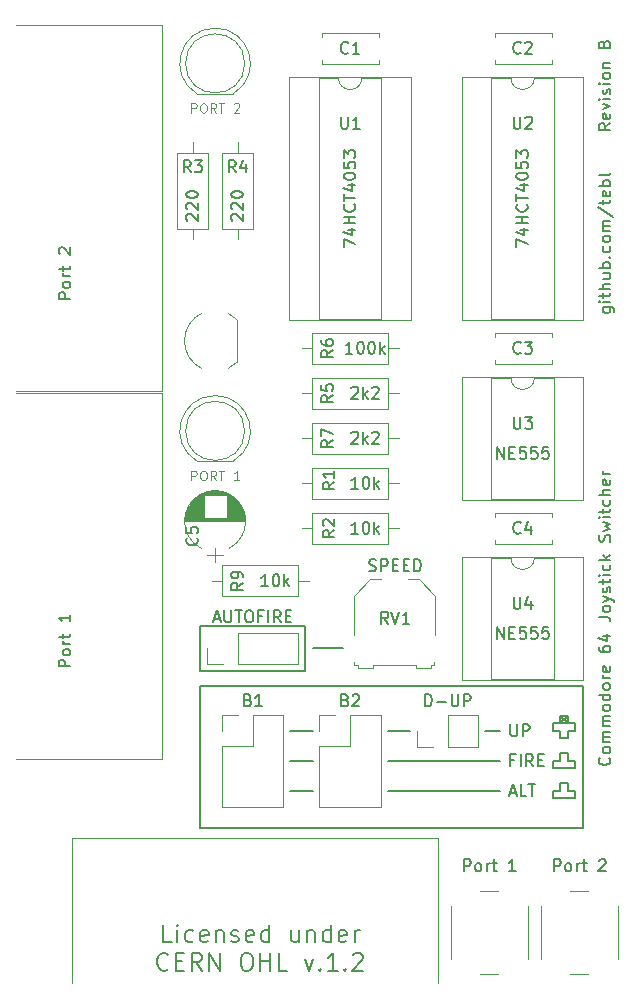
<source format=gto>
G04 #@! TF.FileFunction,Legend,Top*
%FSLAX46Y46*%
G04 Gerber Fmt 4.6, Leading zero omitted, Abs format (unit mm)*
G04 Created by KiCad (PCBNEW 4.0.7) date 12/25/19 23:05:47*
%MOMM*%
%LPD*%
G01*
G04 APERTURE LIST*
%ADD10C,0.100000*%
%ADD11C,0.200000*%
%ADD12C,0.150000*%
%ADD13C,0.120000*%
G04 APERTURE END LIST*
D10*
D11*
X120650000Y-88265000D02*
X123190000Y-88265000D01*
D12*
X125444524Y-81684762D02*
X125587381Y-81732381D01*
X125825477Y-81732381D01*
X125920715Y-81684762D01*
X125968334Y-81637143D01*
X126015953Y-81541905D01*
X126015953Y-81446667D01*
X125968334Y-81351429D01*
X125920715Y-81303810D01*
X125825477Y-81256190D01*
X125635000Y-81208571D01*
X125539762Y-81160952D01*
X125492143Y-81113333D01*
X125444524Y-81018095D01*
X125444524Y-80922857D01*
X125492143Y-80827619D01*
X125539762Y-80780000D01*
X125635000Y-80732381D01*
X125873096Y-80732381D01*
X126015953Y-80780000D01*
X126444524Y-81732381D02*
X126444524Y-80732381D01*
X126825477Y-80732381D01*
X126920715Y-80780000D01*
X126968334Y-80827619D01*
X127015953Y-80922857D01*
X127015953Y-81065714D01*
X126968334Y-81160952D01*
X126920715Y-81208571D01*
X126825477Y-81256190D01*
X126444524Y-81256190D01*
X127444524Y-81208571D02*
X127777858Y-81208571D01*
X127920715Y-81732381D02*
X127444524Y-81732381D01*
X127444524Y-80732381D01*
X127920715Y-80732381D01*
X128349286Y-81208571D02*
X128682620Y-81208571D01*
X128825477Y-81732381D02*
X128349286Y-81732381D01*
X128349286Y-80732381D01*
X128825477Y-80732381D01*
X129254048Y-81732381D02*
X129254048Y-80732381D01*
X129492143Y-80732381D01*
X129635001Y-80780000D01*
X129730239Y-80875238D01*
X129777858Y-80970476D01*
X129825477Y-81160952D01*
X129825477Y-81303810D01*
X129777858Y-81494286D01*
X129730239Y-81589524D01*
X129635001Y-81684762D01*
X129492143Y-81732381D01*
X129254048Y-81732381D01*
D11*
X143510000Y-103505000D02*
X143510000Y-102235000D01*
X111125000Y-103505000D02*
X143510000Y-103505000D01*
X143510000Y-91440000D02*
X143510000Y-102235000D01*
X111125000Y-102235000D02*
X111125000Y-103505000D01*
X111125000Y-91440000D02*
X111125000Y-102235000D01*
X111760000Y-91440000D02*
X111125000Y-91440000D01*
X120015000Y-90170000D02*
X111125000Y-90170000D01*
X120015000Y-86360000D02*
X120015000Y-90170000D01*
X111125000Y-86360000D02*
X120015000Y-86360000D01*
X111125000Y-90170000D02*
X111125000Y-86360000D01*
X143510000Y-91440000D02*
X111760000Y-91440000D01*
D12*
X145772143Y-97510715D02*
X145819762Y-97558334D01*
X145867381Y-97701191D01*
X145867381Y-97796429D01*
X145819762Y-97939287D01*
X145724524Y-98034525D01*
X145629286Y-98082144D01*
X145438810Y-98129763D01*
X145295952Y-98129763D01*
X145105476Y-98082144D01*
X145010238Y-98034525D01*
X144915000Y-97939287D01*
X144867381Y-97796429D01*
X144867381Y-97701191D01*
X144915000Y-97558334D01*
X144962619Y-97510715D01*
X145867381Y-96939287D02*
X145819762Y-97034525D01*
X145772143Y-97082144D01*
X145676905Y-97129763D01*
X145391190Y-97129763D01*
X145295952Y-97082144D01*
X145248333Y-97034525D01*
X145200714Y-96939287D01*
X145200714Y-96796429D01*
X145248333Y-96701191D01*
X145295952Y-96653572D01*
X145391190Y-96605953D01*
X145676905Y-96605953D01*
X145772143Y-96653572D01*
X145819762Y-96701191D01*
X145867381Y-96796429D01*
X145867381Y-96939287D01*
X145867381Y-96177382D02*
X145200714Y-96177382D01*
X145295952Y-96177382D02*
X145248333Y-96129763D01*
X145200714Y-96034525D01*
X145200714Y-95891667D01*
X145248333Y-95796429D01*
X145343571Y-95748810D01*
X145867381Y-95748810D01*
X145343571Y-95748810D02*
X145248333Y-95701191D01*
X145200714Y-95605953D01*
X145200714Y-95463096D01*
X145248333Y-95367858D01*
X145343571Y-95320239D01*
X145867381Y-95320239D01*
X145867381Y-94844049D02*
X145200714Y-94844049D01*
X145295952Y-94844049D02*
X145248333Y-94796430D01*
X145200714Y-94701192D01*
X145200714Y-94558334D01*
X145248333Y-94463096D01*
X145343571Y-94415477D01*
X145867381Y-94415477D01*
X145343571Y-94415477D02*
X145248333Y-94367858D01*
X145200714Y-94272620D01*
X145200714Y-94129763D01*
X145248333Y-94034525D01*
X145343571Y-93986906D01*
X145867381Y-93986906D01*
X145867381Y-93367859D02*
X145819762Y-93463097D01*
X145772143Y-93510716D01*
X145676905Y-93558335D01*
X145391190Y-93558335D01*
X145295952Y-93510716D01*
X145248333Y-93463097D01*
X145200714Y-93367859D01*
X145200714Y-93225001D01*
X145248333Y-93129763D01*
X145295952Y-93082144D01*
X145391190Y-93034525D01*
X145676905Y-93034525D01*
X145772143Y-93082144D01*
X145819762Y-93129763D01*
X145867381Y-93225001D01*
X145867381Y-93367859D01*
X145867381Y-92177382D02*
X144867381Y-92177382D01*
X145819762Y-92177382D02*
X145867381Y-92272620D01*
X145867381Y-92463097D01*
X145819762Y-92558335D01*
X145772143Y-92605954D01*
X145676905Y-92653573D01*
X145391190Y-92653573D01*
X145295952Y-92605954D01*
X145248333Y-92558335D01*
X145200714Y-92463097D01*
X145200714Y-92272620D01*
X145248333Y-92177382D01*
X145867381Y-91558335D02*
X145819762Y-91653573D01*
X145772143Y-91701192D01*
X145676905Y-91748811D01*
X145391190Y-91748811D01*
X145295952Y-91701192D01*
X145248333Y-91653573D01*
X145200714Y-91558335D01*
X145200714Y-91415477D01*
X145248333Y-91320239D01*
X145295952Y-91272620D01*
X145391190Y-91225001D01*
X145676905Y-91225001D01*
X145772143Y-91272620D01*
X145819762Y-91320239D01*
X145867381Y-91415477D01*
X145867381Y-91558335D01*
X145867381Y-90796430D02*
X145200714Y-90796430D01*
X145391190Y-90796430D02*
X145295952Y-90748811D01*
X145248333Y-90701192D01*
X145200714Y-90605954D01*
X145200714Y-90510715D01*
X145819762Y-89796429D02*
X145867381Y-89891667D01*
X145867381Y-90082144D01*
X145819762Y-90177382D01*
X145724524Y-90225001D01*
X145343571Y-90225001D01*
X145248333Y-90177382D01*
X145200714Y-90082144D01*
X145200714Y-89891667D01*
X145248333Y-89796429D01*
X145343571Y-89748810D01*
X145438810Y-89748810D01*
X145534048Y-90225001D01*
X144867381Y-88129762D02*
X144867381Y-88320239D01*
X144915000Y-88415477D01*
X144962619Y-88463096D01*
X145105476Y-88558334D01*
X145295952Y-88605953D01*
X145676905Y-88605953D01*
X145772143Y-88558334D01*
X145819762Y-88510715D01*
X145867381Y-88415477D01*
X145867381Y-88225000D01*
X145819762Y-88129762D01*
X145772143Y-88082143D01*
X145676905Y-88034524D01*
X145438810Y-88034524D01*
X145343571Y-88082143D01*
X145295952Y-88129762D01*
X145248333Y-88225000D01*
X145248333Y-88415477D01*
X145295952Y-88510715D01*
X145343571Y-88558334D01*
X145438810Y-88605953D01*
X145200714Y-87177381D02*
X145867381Y-87177381D01*
X144819762Y-87415477D02*
X145534048Y-87653572D01*
X145534048Y-87034524D01*
X144867381Y-85605952D02*
X145581667Y-85605952D01*
X145724524Y-85653572D01*
X145819762Y-85748810D01*
X145867381Y-85891667D01*
X145867381Y-85986905D01*
X145867381Y-84986905D02*
X145819762Y-85082143D01*
X145772143Y-85129762D01*
X145676905Y-85177381D01*
X145391190Y-85177381D01*
X145295952Y-85129762D01*
X145248333Y-85082143D01*
X145200714Y-84986905D01*
X145200714Y-84844047D01*
X145248333Y-84748809D01*
X145295952Y-84701190D01*
X145391190Y-84653571D01*
X145676905Y-84653571D01*
X145772143Y-84701190D01*
X145819762Y-84748809D01*
X145867381Y-84844047D01*
X145867381Y-84986905D01*
X145200714Y-84320238D02*
X145867381Y-84082143D01*
X145200714Y-83844047D02*
X145867381Y-84082143D01*
X146105476Y-84177381D01*
X146153095Y-84225000D01*
X146200714Y-84320238D01*
X145819762Y-83510714D02*
X145867381Y-83415476D01*
X145867381Y-83225000D01*
X145819762Y-83129761D01*
X145724524Y-83082142D01*
X145676905Y-83082142D01*
X145581667Y-83129761D01*
X145534048Y-83225000D01*
X145534048Y-83367857D01*
X145486429Y-83463095D01*
X145391190Y-83510714D01*
X145343571Y-83510714D01*
X145248333Y-83463095D01*
X145200714Y-83367857D01*
X145200714Y-83225000D01*
X145248333Y-83129761D01*
X145200714Y-82796428D02*
X145200714Y-82415476D01*
X144867381Y-82653571D02*
X145724524Y-82653571D01*
X145819762Y-82605952D01*
X145867381Y-82510714D01*
X145867381Y-82415476D01*
X145867381Y-82082142D02*
X145200714Y-82082142D01*
X144867381Y-82082142D02*
X144915000Y-82129761D01*
X144962619Y-82082142D01*
X144915000Y-82034523D01*
X144867381Y-82082142D01*
X144962619Y-82082142D01*
X145819762Y-81177380D02*
X145867381Y-81272618D01*
X145867381Y-81463095D01*
X145819762Y-81558333D01*
X145772143Y-81605952D01*
X145676905Y-81653571D01*
X145391190Y-81653571D01*
X145295952Y-81605952D01*
X145248333Y-81558333D01*
X145200714Y-81463095D01*
X145200714Y-81272618D01*
X145248333Y-81177380D01*
X145867381Y-80748809D02*
X144867381Y-80748809D01*
X145486429Y-80653571D02*
X145867381Y-80367856D01*
X145200714Y-80367856D02*
X145581667Y-80748809D01*
X145819762Y-79224999D02*
X145867381Y-79082142D01*
X145867381Y-78844046D01*
X145819762Y-78748808D01*
X145772143Y-78701189D01*
X145676905Y-78653570D01*
X145581667Y-78653570D01*
X145486429Y-78701189D01*
X145438810Y-78748808D01*
X145391190Y-78844046D01*
X145343571Y-79034523D01*
X145295952Y-79129761D01*
X145248333Y-79177380D01*
X145153095Y-79224999D01*
X145057857Y-79224999D01*
X144962619Y-79177380D01*
X144915000Y-79129761D01*
X144867381Y-79034523D01*
X144867381Y-78796427D01*
X144915000Y-78653570D01*
X145200714Y-78320237D02*
X145867381Y-78129761D01*
X145391190Y-77939284D01*
X145867381Y-77748808D01*
X145200714Y-77558332D01*
X145867381Y-77177380D02*
X145200714Y-77177380D01*
X144867381Y-77177380D02*
X144915000Y-77224999D01*
X144962619Y-77177380D01*
X144915000Y-77129761D01*
X144867381Y-77177380D01*
X144962619Y-77177380D01*
X145200714Y-76844047D02*
X145200714Y-76463095D01*
X144867381Y-76701190D02*
X145724524Y-76701190D01*
X145819762Y-76653571D01*
X145867381Y-76558333D01*
X145867381Y-76463095D01*
X145819762Y-75701189D02*
X145867381Y-75796427D01*
X145867381Y-75986904D01*
X145819762Y-76082142D01*
X145772143Y-76129761D01*
X145676905Y-76177380D01*
X145391190Y-76177380D01*
X145295952Y-76129761D01*
X145248333Y-76082142D01*
X145200714Y-75986904D01*
X145200714Y-75796427D01*
X145248333Y-75701189D01*
X145867381Y-75272618D02*
X144867381Y-75272618D01*
X145867381Y-74844046D02*
X145343571Y-74844046D01*
X145248333Y-74891665D01*
X145200714Y-74986903D01*
X145200714Y-75129761D01*
X145248333Y-75224999D01*
X145295952Y-75272618D01*
X145819762Y-73986903D02*
X145867381Y-74082141D01*
X145867381Y-74272618D01*
X145819762Y-74367856D01*
X145724524Y-74415475D01*
X145343571Y-74415475D01*
X145248333Y-74367856D01*
X145200714Y-74272618D01*
X145200714Y-74082141D01*
X145248333Y-73986903D01*
X145343571Y-73939284D01*
X145438810Y-73939284D01*
X145534048Y-74415475D01*
X145867381Y-73510713D02*
X145200714Y-73510713D01*
X145391190Y-73510713D02*
X145295952Y-73463094D01*
X145248333Y-73415475D01*
X145200714Y-73320237D01*
X145200714Y-73224998D01*
D10*
X110375952Y-42906905D02*
X110375952Y-42106905D01*
X110680714Y-42106905D01*
X110756905Y-42145000D01*
X110795000Y-42183095D01*
X110833095Y-42259286D01*
X110833095Y-42373571D01*
X110795000Y-42449762D01*
X110756905Y-42487857D01*
X110680714Y-42525952D01*
X110375952Y-42525952D01*
X111328333Y-42106905D02*
X111480714Y-42106905D01*
X111556905Y-42145000D01*
X111633095Y-42221190D01*
X111671190Y-42373571D01*
X111671190Y-42640238D01*
X111633095Y-42792619D01*
X111556905Y-42868810D01*
X111480714Y-42906905D01*
X111328333Y-42906905D01*
X111252143Y-42868810D01*
X111175952Y-42792619D01*
X111137857Y-42640238D01*
X111137857Y-42373571D01*
X111175952Y-42221190D01*
X111252143Y-42145000D01*
X111328333Y-42106905D01*
X112471190Y-42906905D02*
X112204523Y-42525952D01*
X112014047Y-42906905D02*
X112014047Y-42106905D01*
X112318809Y-42106905D01*
X112395000Y-42145000D01*
X112433095Y-42183095D01*
X112471190Y-42259286D01*
X112471190Y-42373571D01*
X112433095Y-42449762D01*
X112395000Y-42487857D01*
X112318809Y-42525952D01*
X112014047Y-42525952D01*
X112699761Y-42106905D02*
X113156904Y-42106905D01*
X112928333Y-42906905D02*
X112928333Y-42106905D01*
X113995000Y-42183095D02*
X114033095Y-42145000D01*
X114109286Y-42106905D01*
X114299762Y-42106905D01*
X114375952Y-42145000D01*
X114414048Y-42183095D01*
X114452143Y-42259286D01*
X114452143Y-42335476D01*
X114414048Y-42449762D01*
X113956905Y-42906905D01*
X114452143Y-42906905D01*
X110375952Y-74021905D02*
X110375952Y-73221905D01*
X110680714Y-73221905D01*
X110756905Y-73260000D01*
X110795000Y-73298095D01*
X110833095Y-73374286D01*
X110833095Y-73488571D01*
X110795000Y-73564762D01*
X110756905Y-73602857D01*
X110680714Y-73640952D01*
X110375952Y-73640952D01*
X111328333Y-73221905D02*
X111480714Y-73221905D01*
X111556905Y-73260000D01*
X111633095Y-73336190D01*
X111671190Y-73488571D01*
X111671190Y-73755238D01*
X111633095Y-73907619D01*
X111556905Y-73983810D01*
X111480714Y-74021905D01*
X111328333Y-74021905D01*
X111252143Y-73983810D01*
X111175952Y-73907619D01*
X111137857Y-73755238D01*
X111137857Y-73488571D01*
X111175952Y-73336190D01*
X111252143Y-73260000D01*
X111328333Y-73221905D01*
X112471190Y-74021905D02*
X112204523Y-73640952D01*
X112014047Y-74021905D02*
X112014047Y-73221905D01*
X112318809Y-73221905D01*
X112395000Y-73260000D01*
X112433095Y-73298095D01*
X112471190Y-73374286D01*
X112471190Y-73488571D01*
X112433095Y-73564762D01*
X112395000Y-73602857D01*
X112318809Y-73640952D01*
X112014047Y-73640952D01*
X112699761Y-73221905D02*
X113156904Y-73221905D01*
X112928333Y-74021905D02*
X112928333Y-73221905D01*
X114452143Y-74021905D02*
X113995000Y-74021905D01*
X114223571Y-74021905D02*
X114223571Y-73221905D01*
X114147381Y-73336190D01*
X114071190Y-73412381D01*
X113995000Y-73450476D01*
D12*
X145200714Y-59379762D02*
X146010238Y-59379762D01*
X146105476Y-59427381D01*
X146153095Y-59475000D01*
X146200714Y-59570239D01*
X146200714Y-59713096D01*
X146153095Y-59808334D01*
X145819762Y-59379762D02*
X145867381Y-59475000D01*
X145867381Y-59665477D01*
X145819762Y-59760715D01*
X145772143Y-59808334D01*
X145676905Y-59855953D01*
X145391190Y-59855953D01*
X145295952Y-59808334D01*
X145248333Y-59760715D01*
X145200714Y-59665477D01*
X145200714Y-59475000D01*
X145248333Y-59379762D01*
X145867381Y-58903572D02*
X145200714Y-58903572D01*
X144867381Y-58903572D02*
X144915000Y-58951191D01*
X144962619Y-58903572D01*
X144915000Y-58855953D01*
X144867381Y-58903572D01*
X144962619Y-58903572D01*
X145200714Y-58570239D02*
X145200714Y-58189287D01*
X144867381Y-58427382D02*
X145724524Y-58427382D01*
X145819762Y-58379763D01*
X145867381Y-58284525D01*
X145867381Y-58189287D01*
X145867381Y-57855953D02*
X144867381Y-57855953D01*
X145867381Y-57427381D02*
X145343571Y-57427381D01*
X145248333Y-57475000D01*
X145200714Y-57570238D01*
X145200714Y-57713096D01*
X145248333Y-57808334D01*
X145295952Y-57855953D01*
X145200714Y-56522619D02*
X145867381Y-56522619D01*
X145200714Y-56951191D02*
X145724524Y-56951191D01*
X145819762Y-56903572D01*
X145867381Y-56808334D01*
X145867381Y-56665476D01*
X145819762Y-56570238D01*
X145772143Y-56522619D01*
X145867381Y-56046429D02*
X144867381Y-56046429D01*
X145248333Y-56046429D02*
X145200714Y-55951191D01*
X145200714Y-55760714D01*
X145248333Y-55665476D01*
X145295952Y-55617857D01*
X145391190Y-55570238D01*
X145676905Y-55570238D01*
X145772143Y-55617857D01*
X145819762Y-55665476D01*
X145867381Y-55760714D01*
X145867381Y-55951191D01*
X145819762Y-56046429D01*
X145772143Y-55141667D02*
X145819762Y-55094048D01*
X145867381Y-55141667D01*
X145819762Y-55189286D01*
X145772143Y-55141667D01*
X145867381Y-55141667D01*
X145819762Y-54236905D02*
X145867381Y-54332143D01*
X145867381Y-54522620D01*
X145819762Y-54617858D01*
X145772143Y-54665477D01*
X145676905Y-54713096D01*
X145391190Y-54713096D01*
X145295952Y-54665477D01*
X145248333Y-54617858D01*
X145200714Y-54522620D01*
X145200714Y-54332143D01*
X145248333Y-54236905D01*
X145867381Y-53665477D02*
X145819762Y-53760715D01*
X145772143Y-53808334D01*
X145676905Y-53855953D01*
X145391190Y-53855953D01*
X145295952Y-53808334D01*
X145248333Y-53760715D01*
X145200714Y-53665477D01*
X145200714Y-53522619D01*
X145248333Y-53427381D01*
X145295952Y-53379762D01*
X145391190Y-53332143D01*
X145676905Y-53332143D01*
X145772143Y-53379762D01*
X145819762Y-53427381D01*
X145867381Y-53522619D01*
X145867381Y-53665477D01*
X145867381Y-52903572D02*
X145200714Y-52903572D01*
X145295952Y-52903572D02*
X145248333Y-52855953D01*
X145200714Y-52760715D01*
X145200714Y-52617857D01*
X145248333Y-52522619D01*
X145343571Y-52475000D01*
X145867381Y-52475000D01*
X145343571Y-52475000D02*
X145248333Y-52427381D01*
X145200714Y-52332143D01*
X145200714Y-52189286D01*
X145248333Y-52094048D01*
X145343571Y-52046429D01*
X145867381Y-52046429D01*
X144819762Y-50855953D02*
X146105476Y-51713096D01*
X145200714Y-50665477D02*
X145200714Y-50284525D01*
X144867381Y-50522620D02*
X145724524Y-50522620D01*
X145819762Y-50475001D01*
X145867381Y-50379763D01*
X145867381Y-50284525D01*
X145819762Y-49570238D02*
X145867381Y-49665476D01*
X145867381Y-49855953D01*
X145819762Y-49951191D01*
X145724524Y-49998810D01*
X145343571Y-49998810D01*
X145248333Y-49951191D01*
X145200714Y-49855953D01*
X145200714Y-49665476D01*
X145248333Y-49570238D01*
X145343571Y-49522619D01*
X145438810Y-49522619D01*
X145534048Y-49998810D01*
X145867381Y-49094048D02*
X144867381Y-49094048D01*
X145248333Y-49094048D02*
X145200714Y-48998810D01*
X145200714Y-48808333D01*
X145248333Y-48713095D01*
X145295952Y-48665476D01*
X145391190Y-48617857D01*
X145676905Y-48617857D01*
X145772143Y-48665476D01*
X145819762Y-48713095D01*
X145867381Y-48808333D01*
X145867381Y-48998810D01*
X145819762Y-49094048D01*
X145867381Y-48046429D02*
X145819762Y-48141667D01*
X145724524Y-48189286D01*
X144867381Y-48189286D01*
X145867381Y-43806666D02*
X145391190Y-44140000D01*
X145867381Y-44378095D02*
X144867381Y-44378095D01*
X144867381Y-43997142D01*
X144915000Y-43901904D01*
X144962619Y-43854285D01*
X145057857Y-43806666D01*
X145200714Y-43806666D01*
X145295952Y-43854285D01*
X145343571Y-43901904D01*
X145391190Y-43997142D01*
X145391190Y-44378095D01*
X145819762Y-42997142D02*
X145867381Y-43092380D01*
X145867381Y-43282857D01*
X145819762Y-43378095D01*
X145724524Y-43425714D01*
X145343571Y-43425714D01*
X145248333Y-43378095D01*
X145200714Y-43282857D01*
X145200714Y-43092380D01*
X145248333Y-42997142D01*
X145343571Y-42949523D01*
X145438810Y-42949523D01*
X145534048Y-43425714D01*
X145200714Y-42616190D02*
X145867381Y-42378095D01*
X145200714Y-42139999D01*
X145867381Y-41759047D02*
X145200714Y-41759047D01*
X144867381Y-41759047D02*
X144915000Y-41806666D01*
X144962619Y-41759047D01*
X144915000Y-41711428D01*
X144867381Y-41759047D01*
X144962619Y-41759047D01*
X145819762Y-41330476D02*
X145867381Y-41235238D01*
X145867381Y-41044762D01*
X145819762Y-40949523D01*
X145724524Y-40901904D01*
X145676905Y-40901904D01*
X145581667Y-40949523D01*
X145534048Y-41044762D01*
X145534048Y-41187619D01*
X145486429Y-41282857D01*
X145391190Y-41330476D01*
X145343571Y-41330476D01*
X145248333Y-41282857D01*
X145200714Y-41187619D01*
X145200714Y-41044762D01*
X145248333Y-40949523D01*
X145867381Y-40473333D02*
X145200714Y-40473333D01*
X144867381Y-40473333D02*
X144915000Y-40520952D01*
X144962619Y-40473333D01*
X144915000Y-40425714D01*
X144867381Y-40473333D01*
X144962619Y-40473333D01*
X145867381Y-39854286D02*
X145819762Y-39949524D01*
X145772143Y-39997143D01*
X145676905Y-40044762D01*
X145391190Y-40044762D01*
X145295952Y-39997143D01*
X145248333Y-39949524D01*
X145200714Y-39854286D01*
X145200714Y-39711428D01*
X145248333Y-39616190D01*
X145295952Y-39568571D01*
X145391190Y-39520952D01*
X145676905Y-39520952D01*
X145772143Y-39568571D01*
X145819762Y-39616190D01*
X145867381Y-39711428D01*
X145867381Y-39854286D01*
X145200714Y-39092381D02*
X145867381Y-39092381D01*
X145295952Y-39092381D02*
X145248333Y-39044762D01*
X145200714Y-38949524D01*
X145200714Y-38806666D01*
X145248333Y-38711428D01*
X145343571Y-38663809D01*
X145867381Y-38663809D01*
X145343571Y-37092380D02*
X145391190Y-36949523D01*
X145438810Y-36901904D01*
X145534048Y-36854285D01*
X145676905Y-36854285D01*
X145772143Y-36901904D01*
X145819762Y-36949523D01*
X145867381Y-37044761D01*
X145867381Y-37425714D01*
X144867381Y-37425714D01*
X144867381Y-37092380D01*
X144915000Y-36997142D01*
X144962619Y-36949523D01*
X145057857Y-36901904D01*
X145153095Y-36901904D01*
X145248333Y-36949523D01*
X145295952Y-36997142D01*
X145343571Y-37092380D01*
X145343571Y-37425714D01*
D11*
X136525000Y-97790000D02*
X127000000Y-97790000D01*
X135890000Y-100330000D02*
X127000000Y-100330000D01*
X136525000Y-95250000D02*
X135255000Y-95250000D01*
X127000000Y-95250000D02*
X128905000Y-95250000D01*
X118745000Y-100330000D02*
X120650000Y-100330000D01*
X118745000Y-97790000D02*
X120650000Y-97790000D01*
X118745000Y-95250000D02*
X120650000Y-95250000D01*
X135890000Y-100330000D02*
X136525000Y-100330000D01*
D12*
X141089333Y-107132381D02*
X141089333Y-106132381D01*
X141470286Y-106132381D01*
X141565524Y-106180000D01*
X141613143Y-106227619D01*
X141660762Y-106322857D01*
X141660762Y-106465714D01*
X141613143Y-106560952D01*
X141565524Y-106608571D01*
X141470286Y-106656190D01*
X141089333Y-106656190D01*
X142232190Y-107132381D02*
X142136952Y-107084762D01*
X142089333Y-107037143D01*
X142041714Y-106941905D01*
X142041714Y-106656190D01*
X142089333Y-106560952D01*
X142136952Y-106513333D01*
X142232190Y-106465714D01*
X142375048Y-106465714D01*
X142470286Y-106513333D01*
X142517905Y-106560952D01*
X142565524Y-106656190D01*
X142565524Y-106941905D01*
X142517905Y-107037143D01*
X142470286Y-107084762D01*
X142375048Y-107132381D01*
X142232190Y-107132381D01*
X142994095Y-107132381D02*
X142994095Y-106465714D01*
X142994095Y-106656190D02*
X143041714Y-106560952D01*
X143089333Y-106513333D01*
X143184571Y-106465714D01*
X143279810Y-106465714D01*
X143470286Y-106465714D02*
X143851238Y-106465714D01*
X143613143Y-106132381D02*
X143613143Y-106989524D01*
X143660762Y-107084762D01*
X143756000Y-107132381D01*
X143851238Y-107132381D01*
X144898858Y-106227619D02*
X144946477Y-106180000D01*
X145041715Y-106132381D01*
X145279811Y-106132381D01*
X145375049Y-106180000D01*
X145422668Y-106227619D01*
X145470287Y-106322857D01*
X145470287Y-106418095D01*
X145422668Y-106560952D01*
X144851239Y-107132381D01*
X145470287Y-107132381D01*
X130175238Y-93162381D02*
X130175238Y-92162381D01*
X130413333Y-92162381D01*
X130556191Y-92210000D01*
X130651429Y-92305238D01*
X130699048Y-92400476D01*
X130746667Y-92590952D01*
X130746667Y-92733810D01*
X130699048Y-92924286D01*
X130651429Y-93019524D01*
X130556191Y-93114762D01*
X130413333Y-93162381D01*
X130175238Y-93162381D01*
X131175238Y-92781429D02*
X131937143Y-92781429D01*
X132413333Y-92162381D02*
X132413333Y-92971905D01*
X132460952Y-93067143D01*
X132508571Y-93114762D01*
X132603809Y-93162381D01*
X132794286Y-93162381D01*
X132889524Y-93114762D01*
X132937143Y-93067143D01*
X132984762Y-92971905D01*
X132984762Y-92162381D01*
X133460952Y-93162381D02*
X133460952Y-92162381D01*
X133841905Y-92162381D01*
X133937143Y-92210000D01*
X133984762Y-92257619D01*
X134032381Y-92352857D01*
X134032381Y-92495714D01*
X133984762Y-92590952D01*
X133937143Y-92638571D01*
X133841905Y-92686190D01*
X133460952Y-92686190D01*
X123420239Y-92638571D02*
X123563096Y-92686190D01*
X123610715Y-92733810D01*
X123658334Y-92829048D01*
X123658334Y-92971905D01*
X123610715Y-93067143D01*
X123563096Y-93114762D01*
X123467858Y-93162381D01*
X123086905Y-93162381D01*
X123086905Y-92162381D01*
X123420239Y-92162381D01*
X123515477Y-92210000D01*
X123563096Y-92257619D01*
X123610715Y-92352857D01*
X123610715Y-92448095D01*
X123563096Y-92543333D01*
X123515477Y-92590952D01*
X123420239Y-92638571D01*
X123086905Y-92638571D01*
X124039286Y-92257619D02*
X124086905Y-92210000D01*
X124182143Y-92162381D01*
X124420239Y-92162381D01*
X124515477Y-92210000D01*
X124563096Y-92257619D01*
X124610715Y-92352857D01*
X124610715Y-92448095D01*
X124563096Y-92590952D01*
X123991667Y-93162381D01*
X124610715Y-93162381D01*
X115165239Y-92638571D02*
X115308096Y-92686190D01*
X115355715Y-92733810D01*
X115403334Y-92829048D01*
X115403334Y-92971905D01*
X115355715Y-93067143D01*
X115308096Y-93114762D01*
X115212858Y-93162381D01*
X114831905Y-93162381D01*
X114831905Y-92162381D01*
X115165239Y-92162381D01*
X115260477Y-92210000D01*
X115308096Y-92257619D01*
X115355715Y-92352857D01*
X115355715Y-92448095D01*
X115308096Y-92543333D01*
X115260477Y-92590952D01*
X115165239Y-92638571D01*
X114831905Y-92638571D01*
X116355715Y-93162381D02*
X115784286Y-93162381D01*
X116070000Y-93162381D02*
X116070000Y-92162381D01*
X115974762Y-92305238D01*
X115879524Y-92400476D01*
X115784286Y-92448095D01*
X137350476Y-100496667D02*
X137826667Y-100496667D01*
X137255238Y-100782381D02*
X137588571Y-99782381D01*
X137921905Y-100782381D01*
X138731429Y-100782381D02*
X138255238Y-100782381D01*
X138255238Y-99782381D01*
X138921905Y-99782381D02*
X139493334Y-99782381D01*
X139207619Y-100782381D02*
X139207619Y-99782381D01*
X137398095Y-94702381D02*
X137398095Y-95511905D01*
X137445714Y-95607143D01*
X137493333Y-95654762D01*
X137588571Y-95702381D01*
X137779048Y-95702381D01*
X137874286Y-95654762D01*
X137921905Y-95607143D01*
X137969524Y-95511905D01*
X137969524Y-94702381D01*
X138445714Y-95702381D02*
X138445714Y-94702381D01*
X138826667Y-94702381D01*
X138921905Y-94750000D01*
X138969524Y-94797619D01*
X139017143Y-94892857D01*
X139017143Y-95035714D01*
X138969524Y-95130952D01*
X138921905Y-95178571D01*
X138826667Y-95226190D01*
X138445714Y-95226190D01*
X137731429Y-97718571D02*
X137398095Y-97718571D01*
X137398095Y-98242381D02*
X137398095Y-97242381D01*
X137874286Y-97242381D01*
X138255238Y-98242381D02*
X138255238Y-97242381D01*
X139302857Y-98242381D02*
X138969523Y-97766190D01*
X138731428Y-98242381D02*
X138731428Y-97242381D01*
X139112381Y-97242381D01*
X139207619Y-97290000D01*
X139255238Y-97337619D01*
X139302857Y-97432857D01*
X139302857Y-97575714D01*
X139255238Y-97670952D01*
X139207619Y-97718571D01*
X139112381Y-97766190D01*
X138731428Y-97766190D01*
X139731428Y-97718571D02*
X140064762Y-97718571D01*
X140207619Y-98242381D02*
X139731428Y-98242381D01*
X139731428Y-97242381D01*
X140207619Y-97242381D01*
D11*
X142875000Y-100965000D02*
X142875000Y-100330000D01*
X140970000Y-100965000D02*
X142875000Y-100965000D01*
X140970000Y-100330000D02*
X140970000Y-100965000D01*
X142875000Y-98425000D02*
X142875000Y-97790000D01*
X140970000Y-98425000D02*
X142875000Y-98425000D01*
X140970000Y-97790000D02*
X140970000Y-98425000D01*
X141605000Y-94615000D02*
X142240000Y-94615000D01*
X142240000Y-93980000D02*
X141605000Y-94615000D01*
X142240000Y-94615000D02*
X141605000Y-93980000D01*
X142875000Y-95250000D02*
X142240000Y-95250000D01*
X142875000Y-94615000D02*
X142875000Y-95250000D01*
X142240000Y-94615000D02*
X142875000Y-94615000D01*
X142240000Y-93980000D02*
X142240000Y-94615000D01*
X141605000Y-93980000D02*
X142240000Y-93980000D01*
X141605000Y-94615000D02*
X141605000Y-93980000D01*
X140970000Y-94615000D02*
X141605000Y-94615000D01*
X140970000Y-95250000D02*
X140970000Y-94615000D01*
X141605000Y-95250000D02*
X140970000Y-95250000D01*
X142240000Y-95885000D02*
X142240000Y-95250000D01*
X141605000Y-95885000D02*
X142240000Y-95885000D01*
X141605000Y-95250000D02*
X141605000Y-95885000D01*
X141605000Y-100330000D02*
X140970000Y-100330000D01*
X141605000Y-99695000D02*
X141605000Y-100330000D01*
X142240000Y-99695000D02*
X141605000Y-99695000D01*
X142240000Y-100330000D02*
X142240000Y-99695000D01*
X142875000Y-100330000D02*
X142240000Y-100330000D01*
X141605000Y-97790000D02*
X140970000Y-97790000D01*
X141605000Y-97155000D02*
X141605000Y-97790000D01*
X142240000Y-97155000D02*
X141605000Y-97155000D01*
X142240000Y-97790000D02*
X142240000Y-97155000D01*
X142875000Y-97790000D02*
X142240000Y-97790000D01*
D12*
X108705001Y-113143571D02*
X107990715Y-113143571D01*
X107990715Y-111643571D01*
X109205001Y-113143571D02*
X109205001Y-112143571D01*
X109205001Y-111643571D02*
X109133572Y-111715000D01*
X109205001Y-111786429D01*
X109276429Y-111715000D01*
X109205001Y-111643571D01*
X109205001Y-111786429D01*
X110562144Y-113072143D02*
X110419287Y-113143571D01*
X110133573Y-113143571D01*
X109990715Y-113072143D01*
X109919287Y-113000714D01*
X109847858Y-112857857D01*
X109847858Y-112429286D01*
X109919287Y-112286429D01*
X109990715Y-112215000D01*
X110133573Y-112143571D01*
X110419287Y-112143571D01*
X110562144Y-112215000D01*
X111776429Y-113072143D02*
X111633572Y-113143571D01*
X111347858Y-113143571D01*
X111205001Y-113072143D01*
X111133572Y-112929286D01*
X111133572Y-112357857D01*
X111205001Y-112215000D01*
X111347858Y-112143571D01*
X111633572Y-112143571D01*
X111776429Y-112215000D01*
X111847858Y-112357857D01*
X111847858Y-112500714D01*
X111133572Y-112643571D01*
X112490715Y-112143571D02*
X112490715Y-113143571D01*
X112490715Y-112286429D02*
X112562143Y-112215000D01*
X112705001Y-112143571D01*
X112919286Y-112143571D01*
X113062143Y-112215000D01*
X113133572Y-112357857D01*
X113133572Y-113143571D01*
X113776429Y-113072143D02*
X113919286Y-113143571D01*
X114205001Y-113143571D01*
X114347858Y-113072143D01*
X114419286Y-112929286D01*
X114419286Y-112857857D01*
X114347858Y-112715000D01*
X114205001Y-112643571D01*
X113990715Y-112643571D01*
X113847858Y-112572143D01*
X113776429Y-112429286D01*
X113776429Y-112357857D01*
X113847858Y-112215000D01*
X113990715Y-112143571D01*
X114205001Y-112143571D01*
X114347858Y-112215000D01*
X115633572Y-113072143D02*
X115490715Y-113143571D01*
X115205001Y-113143571D01*
X115062144Y-113072143D01*
X114990715Y-112929286D01*
X114990715Y-112357857D01*
X115062144Y-112215000D01*
X115205001Y-112143571D01*
X115490715Y-112143571D01*
X115633572Y-112215000D01*
X115705001Y-112357857D01*
X115705001Y-112500714D01*
X114990715Y-112643571D01*
X116990715Y-113143571D02*
X116990715Y-111643571D01*
X116990715Y-113072143D02*
X116847858Y-113143571D01*
X116562144Y-113143571D01*
X116419286Y-113072143D01*
X116347858Y-113000714D01*
X116276429Y-112857857D01*
X116276429Y-112429286D01*
X116347858Y-112286429D01*
X116419286Y-112215000D01*
X116562144Y-112143571D01*
X116847858Y-112143571D01*
X116990715Y-112215000D01*
X119490715Y-112143571D02*
X119490715Y-113143571D01*
X118847858Y-112143571D02*
X118847858Y-112929286D01*
X118919286Y-113072143D01*
X119062144Y-113143571D01*
X119276429Y-113143571D01*
X119419286Y-113072143D01*
X119490715Y-113000714D01*
X120205001Y-112143571D02*
X120205001Y-113143571D01*
X120205001Y-112286429D02*
X120276429Y-112215000D01*
X120419287Y-112143571D01*
X120633572Y-112143571D01*
X120776429Y-112215000D01*
X120847858Y-112357857D01*
X120847858Y-113143571D01*
X122205001Y-113143571D02*
X122205001Y-111643571D01*
X122205001Y-113072143D02*
X122062144Y-113143571D01*
X121776430Y-113143571D01*
X121633572Y-113072143D01*
X121562144Y-113000714D01*
X121490715Y-112857857D01*
X121490715Y-112429286D01*
X121562144Y-112286429D01*
X121633572Y-112215000D01*
X121776430Y-112143571D01*
X122062144Y-112143571D01*
X122205001Y-112215000D01*
X123490715Y-113072143D02*
X123347858Y-113143571D01*
X123062144Y-113143571D01*
X122919287Y-113072143D01*
X122847858Y-112929286D01*
X122847858Y-112357857D01*
X122919287Y-112215000D01*
X123062144Y-112143571D01*
X123347858Y-112143571D01*
X123490715Y-112215000D01*
X123562144Y-112357857D01*
X123562144Y-112500714D01*
X122847858Y-112643571D01*
X124205001Y-113143571D02*
X124205001Y-112143571D01*
X124205001Y-112429286D02*
X124276429Y-112286429D01*
X124347858Y-112215000D01*
X124490715Y-112143571D01*
X124633572Y-112143571D01*
X108419286Y-115400714D02*
X108347857Y-115472143D01*
X108133571Y-115543571D01*
X107990714Y-115543571D01*
X107776429Y-115472143D01*
X107633571Y-115329286D01*
X107562143Y-115186429D01*
X107490714Y-114900714D01*
X107490714Y-114686429D01*
X107562143Y-114400714D01*
X107633571Y-114257857D01*
X107776429Y-114115000D01*
X107990714Y-114043571D01*
X108133571Y-114043571D01*
X108347857Y-114115000D01*
X108419286Y-114186429D01*
X109062143Y-114757857D02*
X109562143Y-114757857D01*
X109776429Y-115543571D02*
X109062143Y-115543571D01*
X109062143Y-114043571D01*
X109776429Y-114043571D01*
X111276429Y-115543571D02*
X110776429Y-114829286D01*
X110419286Y-115543571D02*
X110419286Y-114043571D01*
X110990714Y-114043571D01*
X111133572Y-114115000D01*
X111205000Y-114186429D01*
X111276429Y-114329286D01*
X111276429Y-114543571D01*
X111205000Y-114686429D01*
X111133572Y-114757857D01*
X110990714Y-114829286D01*
X110419286Y-114829286D01*
X111919286Y-115543571D02*
X111919286Y-114043571D01*
X112776429Y-115543571D01*
X112776429Y-114043571D01*
X114919286Y-114043571D02*
X115205000Y-114043571D01*
X115347858Y-114115000D01*
X115490715Y-114257857D01*
X115562143Y-114543571D01*
X115562143Y-115043571D01*
X115490715Y-115329286D01*
X115347858Y-115472143D01*
X115205000Y-115543571D01*
X114919286Y-115543571D01*
X114776429Y-115472143D01*
X114633572Y-115329286D01*
X114562143Y-115043571D01*
X114562143Y-114543571D01*
X114633572Y-114257857D01*
X114776429Y-114115000D01*
X114919286Y-114043571D01*
X116205001Y-115543571D02*
X116205001Y-114043571D01*
X116205001Y-114757857D02*
X117062144Y-114757857D01*
X117062144Y-115543571D02*
X117062144Y-114043571D01*
X118490716Y-115543571D02*
X117776430Y-115543571D01*
X117776430Y-114043571D01*
X119990716Y-114543571D02*
X120347859Y-115543571D01*
X120705001Y-114543571D01*
X121276430Y-115400714D02*
X121347858Y-115472143D01*
X121276430Y-115543571D01*
X121205001Y-115472143D01*
X121276430Y-115400714D01*
X121276430Y-115543571D01*
X122776430Y-115543571D02*
X121919287Y-115543571D01*
X122347859Y-115543571D02*
X122347859Y-114043571D01*
X122205002Y-114257857D01*
X122062144Y-114400714D01*
X121919287Y-114472143D01*
X123419287Y-115400714D02*
X123490715Y-115472143D01*
X123419287Y-115543571D01*
X123347858Y-115472143D01*
X123419287Y-115400714D01*
X123419287Y-115543571D01*
X124062144Y-114186429D02*
X124133573Y-114115000D01*
X124276430Y-114043571D01*
X124633573Y-114043571D01*
X124776430Y-114115000D01*
X124847859Y-114186429D01*
X124919287Y-114329286D01*
X124919287Y-114472143D01*
X124847859Y-114686429D01*
X123990716Y-115543571D01*
X124919287Y-115543571D01*
X133469333Y-107132381D02*
X133469333Y-106132381D01*
X133850286Y-106132381D01*
X133945524Y-106180000D01*
X133993143Y-106227619D01*
X134040762Y-106322857D01*
X134040762Y-106465714D01*
X133993143Y-106560952D01*
X133945524Y-106608571D01*
X133850286Y-106656190D01*
X133469333Y-106656190D01*
X134612190Y-107132381D02*
X134516952Y-107084762D01*
X134469333Y-107037143D01*
X134421714Y-106941905D01*
X134421714Y-106656190D01*
X134469333Y-106560952D01*
X134516952Y-106513333D01*
X134612190Y-106465714D01*
X134755048Y-106465714D01*
X134850286Y-106513333D01*
X134897905Y-106560952D01*
X134945524Y-106656190D01*
X134945524Y-106941905D01*
X134897905Y-107037143D01*
X134850286Y-107084762D01*
X134755048Y-107132381D01*
X134612190Y-107132381D01*
X135374095Y-107132381D02*
X135374095Y-106465714D01*
X135374095Y-106656190D02*
X135421714Y-106560952D01*
X135469333Y-106513333D01*
X135564571Y-106465714D01*
X135659810Y-106465714D01*
X135850286Y-106465714D02*
X136231238Y-106465714D01*
X135993143Y-106132381D02*
X135993143Y-106989524D01*
X136040762Y-107084762D01*
X136136000Y-107132381D01*
X136231238Y-107132381D01*
X137850287Y-107132381D02*
X137278858Y-107132381D01*
X137564572Y-107132381D02*
X137564572Y-106132381D01*
X137469334Y-106275238D01*
X137374096Y-106370476D01*
X137278858Y-106418095D01*
D13*
X112395462Y-35745000D02*
G75*
G03X110850170Y-41295000I-462J-2990000D01*
G01*
X112394538Y-35745000D02*
G75*
G02X113939830Y-41295000I462J-2990000D01*
G01*
X114895000Y-38735000D02*
G75*
G03X114895000Y-38735000I-2500000J0D01*
G01*
X110850000Y-41295000D02*
X113940000Y-41295000D01*
X112395462Y-66860000D02*
G75*
G03X110850170Y-72410000I-462J-2990000D01*
G01*
X112394538Y-66860000D02*
G75*
G02X113939830Y-72410000I462J-2990000D01*
G01*
X114895000Y-69850000D02*
G75*
G03X114895000Y-69850000I-2500000J0D01*
G01*
X110850000Y-72410000D02*
X113940000Y-72410000D01*
X95520000Y-66675000D02*
X107860000Y-66675000D01*
X107860000Y-66675000D02*
X107860000Y-97645000D01*
X107860000Y-97645000D02*
X95520000Y-97645000D01*
X95520000Y-35475000D02*
X107860000Y-35475000D01*
X107860000Y-35475000D02*
X107860000Y-66445000D01*
X107860000Y-66445000D02*
X95520000Y-66445000D01*
X100291000Y-116620000D02*
X100291000Y-104280000D01*
X100291000Y-104280000D02*
X131261000Y-104280000D01*
X131261000Y-104280000D02*
X131261000Y-116620000D01*
X134680000Y-96580000D02*
X134680000Y-93920000D01*
X132080000Y-96580000D02*
X134680000Y-96580000D01*
X132080000Y-93920000D02*
X134680000Y-93920000D01*
X132080000Y-96580000D02*
X132080000Y-93920000D01*
X130810000Y-96580000D02*
X129480000Y-96580000D01*
X129480000Y-96580000D02*
X129480000Y-95250000D01*
X120615000Y-72985000D02*
X120615000Y-75605000D01*
X120615000Y-75605000D02*
X127035000Y-75605000D01*
X127035000Y-75605000D02*
X127035000Y-72985000D01*
X127035000Y-72985000D02*
X120615000Y-72985000D01*
X119725000Y-74295000D02*
X120615000Y-74295000D01*
X127925000Y-74295000D02*
X127035000Y-74295000D01*
X120615000Y-76795000D02*
X120615000Y-79415000D01*
X120615000Y-79415000D02*
X127035000Y-79415000D01*
X127035000Y-79415000D02*
X127035000Y-76795000D01*
X127035000Y-76795000D02*
X120615000Y-76795000D01*
X119725000Y-78105000D02*
X120615000Y-78105000D01*
X127925000Y-78105000D02*
X127035000Y-78105000D01*
X111800000Y-46320000D02*
X109180000Y-46320000D01*
X109180000Y-46320000D02*
X109180000Y-52740000D01*
X109180000Y-52740000D02*
X111800000Y-52740000D01*
X111800000Y-52740000D02*
X111800000Y-46320000D01*
X110490000Y-45430000D02*
X110490000Y-46320000D01*
X110490000Y-53630000D02*
X110490000Y-52740000D01*
X115610000Y-46320000D02*
X112990000Y-46320000D01*
X112990000Y-46320000D02*
X112990000Y-52740000D01*
X112990000Y-52740000D02*
X115610000Y-52740000D01*
X115610000Y-52740000D02*
X115610000Y-46320000D01*
X114300000Y-45430000D02*
X114300000Y-46320000D01*
X114300000Y-53630000D02*
X114300000Y-52740000D01*
X138850000Y-114570000D02*
X138850000Y-110070000D01*
X134850000Y-115820000D02*
X136350000Y-115820000D01*
X132350000Y-110070000D02*
X132350000Y-114570000D01*
X136350000Y-108820000D02*
X134850000Y-108820000D01*
X146470000Y-114570000D02*
X146470000Y-110070000D01*
X142470000Y-115820000D02*
X143970000Y-115820000D01*
X139970000Y-110070000D02*
X139970000Y-114570000D01*
X143970000Y-108820000D02*
X142470000Y-108820000D01*
X124825000Y-39945000D02*
G75*
G02X122825000Y-39945000I-1000000J0D01*
G01*
X122825000Y-39945000D02*
X121175000Y-39945000D01*
X121175000Y-39945000D02*
X121175000Y-60385000D01*
X121175000Y-60385000D02*
X126475000Y-60385000D01*
X126475000Y-60385000D02*
X126475000Y-39945000D01*
X126475000Y-39945000D02*
X124825000Y-39945000D01*
X118685000Y-39885000D02*
X118685000Y-60445000D01*
X118685000Y-60445000D02*
X128965000Y-60445000D01*
X128965000Y-60445000D02*
X128965000Y-39885000D01*
X128965000Y-39885000D02*
X118685000Y-39885000D01*
X139430000Y-39945000D02*
G75*
G02X137430000Y-39945000I-1000000J0D01*
G01*
X137430000Y-39945000D02*
X135780000Y-39945000D01*
X135780000Y-39945000D02*
X135780000Y-60385000D01*
X135780000Y-60385000D02*
X141080000Y-60385000D01*
X141080000Y-60385000D02*
X141080000Y-39945000D01*
X141080000Y-39945000D02*
X139430000Y-39945000D01*
X133290000Y-39885000D02*
X133290000Y-60445000D01*
X133290000Y-60445000D02*
X143570000Y-60445000D01*
X143570000Y-60445000D02*
X143570000Y-39885000D01*
X143570000Y-39885000D02*
X133290000Y-39885000D01*
X139430000Y-65345000D02*
G75*
G02X137430000Y-65345000I-1000000J0D01*
G01*
X137430000Y-65345000D02*
X135780000Y-65345000D01*
X135780000Y-65345000D02*
X135780000Y-75625000D01*
X135780000Y-75625000D02*
X141080000Y-75625000D01*
X141080000Y-75625000D02*
X141080000Y-65345000D01*
X141080000Y-65345000D02*
X139430000Y-65345000D01*
X133290000Y-65285000D02*
X133290000Y-75685000D01*
X133290000Y-75685000D02*
X143570000Y-75685000D01*
X143570000Y-75685000D02*
X143570000Y-65285000D01*
X143570000Y-65285000D02*
X133290000Y-65285000D01*
X126275000Y-38775000D02*
X121455000Y-38775000D01*
X126275000Y-36155000D02*
X121455000Y-36155000D01*
X126275000Y-38775000D02*
X126275000Y-38461000D01*
X126275000Y-36469000D02*
X126275000Y-36155000D01*
X121455000Y-38775000D02*
X121455000Y-38461000D01*
X121455000Y-36469000D02*
X121455000Y-36155000D01*
X140880000Y-38775000D02*
X136060000Y-38775000D01*
X140880000Y-36155000D02*
X136060000Y-36155000D01*
X140880000Y-38775000D02*
X140880000Y-38461000D01*
X140880000Y-36469000D02*
X140880000Y-36155000D01*
X136060000Y-38775000D02*
X136060000Y-38461000D01*
X136060000Y-36469000D02*
X136060000Y-36155000D01*
X140880000Y-64175000D02*
X136060000Y-64175000D01*
X140880000Y-61555000D02*
X136060000Y-61555000D01*
X140880000Y-64175000D02*
X140880000Y-63861000D01*
X140880000Y-61869000D02*
X140880000Y-61555000D01*
X136060000Y-64175000D02*
X136060000Y-63861000D01*
X136060000Y-61869000D02*
X136060000Y-61555000D01*
X114245000Y-64030000D02*
X114245000Y-60430000D01*
X113517795Y-64554184D02*
G75*
G03X114245000Y-64030000I-1122795J2324184D01*
G01*
X111296193Y-64586400D02*
G75*
G02X109795000Y-62230000I1098807J2356400D01*
G01*
X111296193Y-59873600D02*
G75*
G03X109795000Y-62230000I1098807J-2356400D01*
G01*
X113517795Y-59905816D02*
G75*
G02X114245000Y-60430000I-1122795J-2324184D01*
G01*
X120615000Y-65365000D02*
X120615000Y-67985000D01*
X120615000Y-67985000D02*
X127035000Y-67985000D01*
X127035000Y-67985000D02*
X127035000Y-65365000D01*
X127035000Y-65365000D02*
X120615000Y-65365000D01*
X119725000Y-66675000D02*
X120615000Y-66675000D01*
X127925000Y-66675000D02*
X127035000Y-66675000D01*
X120615000Y-61555000D02*
X120615000Y-64175000D01*
X120615000Y-64175000D02*
X127035000Y-64175000D01*
X127035000Y-64175000D02*
X127035000Y-61555000D01*
X127035000Y-61555000D02*
X120615000Y-61555000D01*
X119725000Y-62865000D02*
X120615000Y-62865000D01*
X127925000Y-62865000D02*
X127035000Y-62865000D01*
X120615000Y-69175000D02*
X120615000Y-71795000D01*
X120615000Y-71795000D02*
X127035000Y-71795000D01*
X127035000Y-71795000D02*
X127035000Y-69175000D01*
X127035000Y-69175000D02*
X120615000Y-69175000D01*
X119725000Y-70485000D02*
X120615000Y-70485000D01*
X127925000Y-70485000D02*
X127035000Y-70485000D01*
X121225000Y-101660000D02*
X126425000Y-101660000D01*
X121225000Y-96520000D02*
X121225000Y-101660000D01*
X126425000Y-93920000D02*
X126425000Y-101660000D01*
X121225000Y-96520000D02*
X123825000Y-96520000D01*
X123825000Y-96520000D02*
X123825000Y-93920000D01*
X123825000Y-93920000D02*
X126425000Y-93920000D01*
X121225000Y-95250000D02*
X121225000Y-93920000D01*
X121225000Y-93920000D02*
X122555000Y-93920000D01*
X112970000Y-101660000D02*
X118170000Y-101660000D01*
X112970000Y-96520000D02*
X112970000Y-101660000D01*
X118170000Y-93920000D02*
X118170000Y-101660000D01*
X112970000Y-96520000D02*
X115570000Y-96520000D01*
X115570000Y-96520000D02*
X115570000Y-93920000D01*
X115570000Y-93920000D02*
X118170000Y-93920000D01*
X112970000Y-95250000D02*
X112970000Y-93920000D01*
X112970000Y-93920000D02*
X114300000Y-93920000D01*
X112995000Y-81240000D02*
X112995000Y-83860000D01*
X112995000Y-83860000D02*
X119415000Y-83860000D01*
X119415000Y-83860000D02*
X119415000Y-81240000D01*
X119415000Y-81240000D02*
X112995000Y-81240000D01*
X112105000Y-82550000D02*
X112995000Y-82550000D01*
X120305000Y-82550000D02*
X119415000Y-82550000D01*
X130945000Y-89415000D02*
X130945000Y-89665000D01*
X130945000Y-89665000D02*
X130695000Y-89665000D01*
X130695000Y-89665000D02*
X130695000Y-89915000D01*
X130695000Y-89915000D02*
X129445000Y-89915000D01*
X129445000Y-89915000D02*
X129445000Y-89665000D01*
X129445000Y-89665000D02*
X125795000Y-89665000D01*
X125795000Y-89665000D02*
X125795000Y-89915000D01*
X125795000Y-89915000D02*
X124495000Y-89915000D01*
X124495000Y-89915000D02*
X124495000Y-89665000D01*
X124495000Y-89665000D02*
X124195000Y-89665000D01*
X124195000Y-89665000D02*
X124195000Y-89415000D01*
X128745000Y-82365000D02*
X129645000Y-82365000D01*
X129645000Y-82365000D02*
X130995000Y-83865000D01*
X130995000Y-83865000D02*
X130995000Y-87165000D01*
X124195000Y-87165000D02*
X124195000Y-83815000D01*
X124195000Y-83815000D02*
X125545000Y-82365000D01*
X125545000Y-82365000D02*
X126445000Y-82365000D01*
X139430000Y-80585000D02*
G75*
G02X137430000Y-80585000I-1000000J0D01*
G01*
X137430000Y-80585000D02*
X135780000Y-80585000D01*
X135780000Y-80585000D02*
X135780000Y-90865000D01*
X135780000Y-90865000D02*
X141080000Y-90865000D01*
X141080000Y-90865000D02*
X141080000Y-80585000D01*
X141080000Y-80585000D02*
X139430000Y-80585000D01*
X133290000Y-80525000D02*
X133290000Y-90925000D01*
X133290000Y-90925000D02*
X143570000Y-90925000D01*
X143570000Y-90925000D02*
X143570000Y-80525000D01*
X143570000Y-80525000D02*
X133290000Y-80525000D01*
X140880000Y-79415000D02*
X136060000Y-79415000D01*
X140880000Y-76795000D02*
X136060000Y-76795000D01*
X140880000Y-79415000D02*
X140880000Y-79101000D01*
X140880000Y-77109000D02*
X140880000Y-76795000D01*
X136060000Y-79415000D02*
X136060000Y-79101000D01*
X136060000Y-77109000D02*
X136060000Y-76795000D01*
X111215277Y-75184278D02*
G75*
G03X111215000Y-79795580I1179723J-2305722D01*
G01*
X113574723Y-75184278D02*
G75*
G02X113575000Y-79795580I-1179723J-2305722D01*
G01*
X113574723Y-75184278D02*
G75*
G03X111215000Y-75184420I-1179723J-2305722D01*
G01*
X109845000Y-77490000D02*
X114945000Y-77490000D01*
X109845000Y-77450000D02*
X114945000Y-77450000D01*
X109846000Y-77410000D02*
X114944000Y-77410000D01*
X109847000Y-77370000D02*
X114943000Y-77370000D01*
X109849000Y-77330000D02*
X114941000Y-77330000D01*
X109852000Y-77290000D02*
X114938000Y-77290000D01*
X109856000Y-77250000D02*
X114934000Y-77250000D01*
X109860000Y-77210000D02*
X111415000Y-77210000D01*
X113375000Y-77210000D02*
X114930000Y-77210000D01*
X109864000Y-77170000D02*
X111415000Y-77170000D01*
X113375000Y-77170000D02*
X114926000Y-77170000D01*
X109870000Y-77130000D02*
X111415000Y-77130000D01*
X113375000Y-77130000D02*
X114920000Y-77130000D01*
X109876000Y-77090000D02*
X111415000Y-77090000D01*
X113375000Y-77090000D02*
X114914000Y-77090000D01*
X109882000Y-77050000D02*
X111415000Y-77050000D01*
X113375000Y-77050000D02*
X114908000Y-77050000D01*
X109889000Y-77010000D02*
X111415000Y-77010000D01*
X113375000Y-77010000D02*
X114901000Y-77010000D01*
X109897000Y-76970000D02*
X111415000Y-76970000D01*
X113375000Y-76970000D02*
X114893000Y-76970000D01*
X109906000Y-76930000D02*
X111415000Y-76930000D01*
X113375000Y-76930000D02*
X114884000Y-76930000D01*
X109915000Y-76890000D02*
X111415000Y-76890000D01*
X113375000Y-76890000D02*
X114875000Y-76890000D01*
X109925000Y-76850000D02*
X111415000Y-76850000D01*
X113375000Y-76850000D02*
X114865000Y-76850000D01*
X109935000Y-76810000D02*
X111415000Y-76810000D01*
X113375000Y-76810000D02*
X114855000Y-76810000D01*
X109947000Y-76769000D02*
X111415000Y-76769000D01*
X113375000Y-76769000D02*
X114843000Y-76769000D01*
X109959000Y-76729000D02*
X111415000Y-76729000D01*
X113375000Y-76729000D02*
X114831000Y-76729000D01*
X109971000Y-76689000D02*
X111415000Y-76689000D01*
X113375000Y-76689000D02*
X114819000Y-76689000D01*
X109985000Y-76649000D02*
X111415000Y-76649000D01*
X113375000Y-76649000D02*
X114805000Y-76649000D01*
X109999000Y-76609000D02*
X111415000Y-76609000D01*
X113375000Y-76609000D02*
X114791000Y-76609000D01*
X110013000Y-76569000D02*
X111415000Y-76569000D01*
X113375000Y-76569000D02*
X114777000Y-76569000D01*
X110029000Y-76529000D02*
X111415000Y-76529000D01*
X113375000Y-76529000D02*
X114761000Y-76529000D01*
X110045000Y-76489000D02*
X111415000Y-76489000D01*
X113375000Y-76489000D02*
X114745000Y-76489000D01*
X110062000Y-76449000D02*
X111415000Y-76449000D01*
X113375000Y-76449000D02*
X114728000Y-76449000D01*
X110080000Y-76409000D02*
X111415000Y-76409000D01*
X113375000Y-76409000D02*
X114710000Y-76409000D01*
X110099000Y-76369000D02*
X111415000Y-76369000D01*
X113375000Y-76369000D02*
X114691000Y-76369000D01*
X110119000Y-76329000D02*
X111415000Y-76329000D01*
X113375000Y-76329000D02*
X114671000Y-76329000D01*
X110139000Y-76289000D02*
X111415000Y-76289000D01*
X113375000Y-76289000D02*
X114651000Y-76289000D01*
X110161000Y-76249000D02*
X111415000Y-76249000D01*
X113375000Y-76249000D02*
X114629000Y-76249000D01*
X110183000Y-76209000D02*
X111415000Y-76209000D01*
X113375000Y-76209000D02*
X114607000Y-76209000D01*
X110206000Y-76169000D02*
X111415000Y-76169000D01*
X113375000Y-76169000D02*
X114584000Y-76169000D01*
X110230000Y-76129000D02*
X111415000Y-76129000D01*
X113375000Y-76129000D02*
X114560000Y-76129000D01*
X110255000Y-76089000D02*
X111415000Y-76089000D01*
X113375000Y-76089000D02*
X114535000Y-76089000D01*
X110282000Y-76049000D02*
X111415000Y-76049000D01*
X113375000Y-76049000D02*
X114508000Y-76049000D01*
X110309000Y-76009000D02*
X111415000Y-76009000D01*
X113375000Y-76009000D02*
X114481000Y-76009000D01*
X110337000Y-75969000D02*
X111415000Y-75969000D01*
X113375000Y-75969000D02*
X114453000Y-75969000D01*
X110367000Y-75929000D02*
X111415000Y-75929000D01*
X113375000Y-75929000D02*
X114423000Y-75929000D01*
X110398000Y-75889000D02*
X111415000Y-75889000D01*
X113375000Y-75889000D02*
X114392000Y-75889000D01*
X110430000Y-75849000D02*
X111415000Y-75849000D01*
X113375000Y-75849000D02*
X114360000Y-75849000D01*
X110463000Y-75809000D02*
X111415000Y-75809000D01*
X113375000Y-75809000D02*
X114327000Y-75809000D01*
X110498000Y-75769000D02*
X111415000Y-75769000D01*
X113375000Y-75769000D02*
X114292000Y-75769000D01*
X110534000Y-75729000D02*
X111415000Y-75729000D01*
X113375000Y-75729000D02*
X114256000Y-75729000D01*
X110572000Y-75689000D02*
X111415000Y-75689000D01*
X113375000Y-75689000D02*
X114218000Y-75689000D01*
X110612000Y-75649000D02*
X111415000Y-75649000D01*
X113375000Y-75649000D02*
X114178000Y-75649000D01*
X110653000Y-75609000D02*
X111415000Y-75609000D01*
X113375000Y-75609000D02*
X114137000Y-75609000D01*
X110696000Y-75569000D02*
X111415000Y-75569000D01*
X113375000Y-75569000D02*
X114094000Y-75569000D01*
X110741000Y-75529000D02*
X111415000Y-75529000D01*
X113375000Y-75529000D02*
X114049000Y-75529000D01*
X110789000Y-75489000D02*
X111415000Y-75489000D01*
X113375000Y-75489000D02*
X114001000Y-75489000D01*
X110839000Y-75449000D02*
X111415000Y-75449000D01*
X113375000Y-75449000D02*
X113951000Y-75449000D01*
X110891000Y-75409000D02*
X111415000Y-75409000D01*
X113375000Y-75409000D02*
X113899000Y-75409000D01*
X110947000Y-75369000D02*
X111415000Y-75369000D01*
X113375000Y-75369000D02*
X113843000Y-75369000D01*
X111005000Y-75329000D02*
X111415000Y-75329000D01*
X113375000Y-75329000D02*
X113785000Y-75329000D01*
X111068000Y-75289000D02*
X111415000Y-75289000D01*
X113375000Y-75289000D02*
X113722000Y-75289000D01*
X111134000Y-75249000D02*
X113656000Y-75249000D01*
X111206000Y-75209000D02*
X113584000Y-75209000D01*
X111283000Y-75169000D02*
X113507000Y-75169000D01*
X111367000Y-75129000D02*
X113423000Y-75129000D01*
X111461000Y-75089000D02*
X113329000Y-75089000D01*
X111566000Y-75049000D02*
X113224000Y-75049000D01*
X111688000Y-75009000D02*
X113102000Y-75009000D01*
X111836000Y-74969000D02*
X112954000Y-74969000D01*
X112041000Y-74929000D02*
X112749000Y-74929000D01*
X112395000Y-80940000D02*
X112395000Y-79740000D01*
X111745000Y-80340000D02*
X113045000Y-80340000D01*
X119440000Y-89595000D02*
X119440000Y-86935000D01*
X114300000Y-89595000D02*
X119440000Y-89595000D01*
X114300000Y-86935000D02*
X119440000Y-86935000D01*
X114300000Y-89595000D02*
X114300000Y-86935000D01*
X113030000Y-89595000D02*
X111700000Y-89595000D01*
X111700000Y-89595000D02*
X111700000Y-88265000D01*
D12*
X100147381Y-89796667D02*
X99147381Y-89796667D01*
X99147381Y-89415714D01*
X99195000Y-89320476D01*
X99242619Y-89272857D01*
X99337857Y-89225238D01*
X99480714Y-89225238D01*
X99575952Y-89272857D01*
X99623571Y-89320476D01*
X99671190Y-89415714D01*
X99671190Y-89796667D01*
X100147381Y-88653810D02*
X100099762Y-88749048D01*
X100052143Y-88796667D01*
X99956905Y-88844286D01*
X99671190Y-88844286D01*
X99575952Y-88796667D01*
X99528333Y-88749048D01*
X99480714Y-88653810D01*
X99480714Y-88510952D01*
X99528333Y-88415714D01*
X99575952Y-88368095D01*
X99671190Y-88320476D01*
X99956905Y-88320476D01*
X100052143Y-88368095D01*
X100099762Y-88415714D01*
X100147381Y-88510952D01*
X100147381Y-88653810D01*
X100147381Y-87891905D02*
X99480714Y-87891905D01*
X99671190Y-87891905D02*
X99575952Y-87844286D01*
X99528333Y-87796667D01*
X99480714Y-87701429D01*
X99480714Y-87606190D01*
X99480714Y-87415714D02*
X99480714Y-87034762D01*
X99147381Y-87272857D02*
X100004524Y-87272857D01*
X100099762Y-87225238D01*
X100147381Y-87130000D01*
X100147381Y-87034762D01*
X100147381Y-85415713D02*
X100147381Y-85987142D01*
X100147381Y-85701428D02*
X99147381Y-85701428D01*
X99290238Y-85796666D01*
X99385476Y-85891904D01*
X99433095Y-85987142D01*
X100147381Y-58681667D02*
X99147381Y-58681667D01*
X99147381Y-58300714D01*
X99195000Y-58205476D01*
X99242619Y-58157857D01*
X99337857Y-58110238D01*
X99480714Y-58110238D01*
X99575952Y-58157857D01*
X99623571Y-58205476D01*
X99671190Y-58300714D01*
X99671190Y-58681667D01*
X100147381Y-57538810D02*
X100099762Y-57634048D01*
X100052143Y-57681667D01*
X99956905Y-57729286D01*
X99671190Y-57729286D01*
X99575952Y-57681667D01*
X99528333Y-57634048D01*
X99480714Y-57538810D01*
X99480714Y-57395952D01*
X99528333Y-57300714D01*
X99575952Y-57253095D01*
X99671190Y-57205476D01*
X99956905Y-57205476D01*
X100052143Y-57253095D01*
X100099762Y-57300714D01*
X100147381Y-57395952D01*
X100147381Y-57538810D01*
X100147381Y-56776905D02*
X99480714Y-56776905D01*
X99671190Y-56776905D02*
X99575952Y-56729286D01*
X99528333Y-56681667D01*
X99480714Y-56586429D01*
X99480714Y-56491190D01*
X99480714Y-56300714D02*
X99480714Y-55919762D01*
X99147381Y-56157857D02*
X100004524Y-56157857D01*
X100099762Y-56110238D01*
X100147381Y-56015000D01*
X100147381Y-55919762D01*
X99242619Y-54872142D02*
X99195000Y-54824523D01*
X99147381Y-54729285D01*
X99147381Y-54491189D01*
X99195000Y-54395951D01*
X99242619Y-54348332D01*
X99337857Y-54300713D01*
X99433095Y-54300713D01*
X99575952Y-54348332D01*
X100147381Y-54919761D01*
X100147381Y-54300713D01*
X122499381Y-74207666D02*
X122023190Y-74541000D01*
X122499381Y-74779095D02*
X121499381Y-74779095D01*
X121499381Y-74398142D01*
X121547000Y-74302904D01*
X121594619Y-74255285D01*
X121689857Y-74207666D01*
X121832714Y-74207666D01*
X121927952Y-74255285D01*
X121975571Y-74302904D01*
X122023190Y-74398142D01*
X122023190Y-74779095D01*
X122499381Y-73255285D02*
X122499381Y-73826714D01*
X122499381Y-73541000D02*
X121499381Y-73541000D01*
X121642238Y-73636238D01*
X121737476Y-73731476D01*
X121785095Y-73826714D01*
X124499762Y-74747381D02*
X123928333Y-74747381D01*
X124214047Y-74747381D02*
X124214047Y-73747381D01*
X124118809Y-73890238D01*
X124023571Y-73985476D01*
X123928333Y-74033095D01*
X125118809Y-73747381D02*
X125214048Y-73747381D01*
X125309286Y-73795000D01*
X125356905Y-73842619D01*
X125404524Y-73937857D01*
X125452143Y-74128333D01*
X125452143Y-74366429D01*
X125404524Y-74556905D01*
X125356905Y-74652143D01*
X125309286Y-74699762D01*
X125214048Y-74747381D01*
X125118809Y-74747381D01*
X125023571Y-74699762D01*
X124975952Y-74652143D01*
X124928333Y-74556905D01*
X124880714Y-74366429D01*
X124880714Y-74128333D01*
X124928333Y-73937857D01*
X124975952Y-73842619D01*
X125023571Y-73795000D01*
X125118809Y-73747381D01*
X125880714Y-74747381D02*
X125880714Y-73747381D01*
X125975952Y-74366429D02*
X126261667Y-74747381D01*
X126261667Y-74080714D02*
X125880714Y-74461667D01*
X122499381Y-78271666D02*
X122023190Y-78605000D01*
X122499381Y-78843095D02*
X121499381Y-78843095D01*
X121499381Y-78462142D01*
X121547000Y-78366904D01*
X121594619Y-78319285D01*
X121689857Y-78271666D01*
X121832714Y-78271666D01*
X121927952Y-78319285D01*
X121975571Y-78366904D01*
X122023190Y-78462142D01*
X122023190Y-78843095D01*
X121594619Y-77890714D02*
X121547000Y-77843095D01*
X121499381Y-77747857D01*
X121499381Y-77509761D01*
X121547000Y-77414523D01*
X121594619Y-77366904D01*
X121689857Y-77319285D01*
X121785095Y-77319285D01*
X121927952Y-77366904D01*
X122499381Y-77938333D01*
X122499381Y-77319285D01*
X124499762Y-78557381D02*
X123928333Y-78557381D01*
X124214047Y-78557381D02*
X124214047Y-77557381D01*
X124118809Y-77700238D01*
X124023571Y-77795476D01*
X123928333Y-77843095D01*
X125118809Y-77557381D02*
X125214048Y-77557381D01*
X125309286Y-77605000D01*
X125356905Y-77652619D01*
X125404524Y-77747857D01*
X125452143Y-77938333D01*
X125452143Y-78176429D01*
X125404524Y-78366905D01*
X125356905Y-78462143D01*
X125309286Y-78509762D01*
X125214048Y-78557381D01*
X125118809Y-78557381D01*
X125023571Y-78509762D01*
X124975952Y-78462143D01*
X124928333Y-78366905D01*
X124880714Y-78176429D01*
X124880714Y-77938333D01*
X124928333Y-77747857D01*
X124975952Y-77652619D01*
X125023571Y-77605000D01*
X125118809Y-77557381D01*
X125880714Y-78557381D02*
X125880714Y-77557381D01*
X125975952Y-78176429D02*
X126261667Y-78557381D01*
X126261667Y-77890714D02*
X125880714Y-78271667D01*
X110323334Y-47950381D02*
X109990000Y-47474190D01*
X109751905Y-47950381D02*
X109751905Y-46950381D01*
X110132858Y-46950381D01*
X110228096Y-46998000D01*
X110275715Y-47045619D01*
X110323334Y-47140857D01*
X110323334Y-47283714D01*
X110275715Y-47378952D01*
X110228096Y-47426571D01*
X110132858Y-47474190D01*
X109751905Y-47474190D01*
X110656667Y-46950381D02*
X111275715Y-46950381D01*
X110942381Y-47331333D01*
X111085239Y-47331333D01*
X111180477Y-47378952D01*
X111228096Y-47426571D01*
X111275715Y-47521810D01*
X111275715Y-47759905D01*
X111228096Y-47855143D01*
X111180477Y-47902762D01*
X111085239Y-47950381D01*
X110799524Y-47950381D01*
X110704286Y-47902762D01*
X110656667Y-47855143D01*
X110037619Y-52038095D02*
X109990000Y-51990476D01*
X109942381Y-51895238D01*
X109942381Y-51657142D01*
X109990000Y-51561904D01*
X110037619Y-51514285D01*
X110132857Y-51466666D01*
X110228095Y-51466666D01*
X110370952Y-51514285D01*
X110942381Y-52085714D01*
X110942381Y-51466666D01*
X110037619Y-51085714D02*
X109990000Y-51038095D01*
X109942381Y-50942857D01*
X109942381Y-50704761D01*
X109990000Y-50609523D01*
X110037619Y-50561904D01*
X110132857Y-50514285D01*
X110228095Y-50514285D01*
X110370952Y-50561904D01*
X110942381Y-51133333D01*
X110942381Y-50514285D01*
X109942381Y-49895238D02*
X109942381Y-49799999D01*
X109990000Y-49704761D01*
X110037619Y-49657142D01*
X110132857Y-49609523D01*
X110323333Y-49561904D01*
X110561429Y-49561904D01*
X110751905Y-49609523D01*
X110847143Y-49657142D01*
X110894762Y-49704761D01*
X110942381Y-49799999D01*
X110942381Y-49895238D01*
X110894762Y-49990476D01*
X110847143Y-50038095D01*
X110751905Y-50085714D01*
X110561429Y-50133333D01*
X110323333Y-50133333D01*
X110132857Y-50085714D01*
X110037619Y-50038095D01*
X109990000Y-49990476D01*
X109942381Y-49895238D01*
X114133334Y-47950381D02*
X113800000Y-47474190D01*
X113561905Y-47950381D02*
X113561905Y-46950381D01*
X113942858Y-46950381D01*
X114038096Y-46998000D01*
X114085715Y-47045619D01*
X114133334Y-47140857D01*
X114133334Y-47283714D01*
X114085715Y-47378952D01*
X114038096Y-47426571D01*
X113942858Y-47474190D01*
X113561905Y-47474190D01*
X114990477Y-47283714D02*
X114990477Y-47950381D01*
X114752381Y-46902762D02*
X114514286Y-47617048D01*
X115133334Y-47617048D01*
X113847619Y-52038095D02*
X113800000Y-51990476D01*
X113752381Y-51895238D01*
X113752381Y-51657142D01*
X113800000Y-51561904D01*
X113847619Y-51514285D01*
X113942857Y-51466666D01*
X114038095Y-51466666D01*
X114180952Y-51514285D01*
X114752381Y-52085714D01*
X114752381Y-51466666D01*
X113847619Y-51085714D02*
X113800000Y-51038095D01*
X113752381Y-50942857D01*
X113752381Y-50704761D01*
X113800000Y-50609523D01*
X113847619Y-50561904D01*
X113942857Y-50514285D01*
X114038095Y-50514285D01*
X114180952Y-50561904D01*
X114752381Y-51133333D01*
X114752381Y-50514285D01*
X113752381Y-49895238D02*
X113752381Y-49799999D01*
X113800000Y-49704761D01*
X113847619Y-49657142D01*
X113942857Y-49609523D01*
X114133333Y-49561904D01*
X114371429Y-49561904D01*
X114561905Y-49609523D01*
X114657143Y-49657142D01*
X114704762Y-49704761D01*
X114752381Y-49799999D01*
X114752381Y-49895238D01*
X114704762Y-49990476D01*
X114657143Y-50038095D01*
X114561905Y-50085714D01*
X114371429Y-50133333D01*
X114133333Y-50133333D01*
X113942857Y-50085714D01*
X113847619Y-50038095D01*
X113800000Y-49990476D01*
X113752381Y-49895238D01*
X123063095Y-43267381D02*
X123063095Y-44076905D01*
X123110714Y-44172143D01*
X123158333Y-44219762D01*
X123253571Y-44267381D01*
X123444048Y-44267381D01*
X123539286Y-44219762D01*
X123586905Y-44172143D01*
X123634524Y-44076905D01*
X123634524Y-43267381D01*
X124634524Y-44267381D02*
X124063095Y-44267381D01*
X124348809Y-44267381D02*
X124348809Y-43267381D01*
X124253571Y-43410238D01*
X124158333Y-43505476D01*
X124063095Y-43553095D01*
X123277381Y-54284048D02*
X123277381Y-53617381D01*
X124277381Y-54045953D01*
X123610714Y-52807857D02*
X124277381Y-52807857D01*
X123229762Y-53045953D02*
X123944048Y-53284048D01*
X123944048Y-52665000D01*
X124277381Y-52284048D02*
X123277381Y-52284048D01*
X123753571Y-52284048D02*
X123753571Y-51712619D01*
X124277381Y-51712619D02*
X123277381Y-51712619D01*
X124182143Y-50665000D02*
X124229762Y-50712619D01*
X124277381Y-50855476D01*
X124277381Y-50950714D01*
X124229762Y-51093572D01*
X124134524Y-51188810D01*
X124039286Y-51236429D01*
X123848810Y-51284048D01*
X123705952Y-51284048D01*
X123515476Y-51236429D01*
X123420238Y-51188810D01*
X123325000Y-51093572D01*
X123277381Y-50950714D01*
X123277381Y-50855476D01*
X123325000Y-50712619D01*
X123372619Y-50665000D01*
X123277381Y-50379286D02*
X123277381Y-49807857D01*
X124277381Y-50093572D02*
X123277381Y-50093572D01*
X123610714Y-49045952D02*
X124277381Y-49045952D01*
X123229762Y-49284048D02*
X123944048Y-49522143D01*
X123944048Y-48903095D01*
X123277381Y-48331667D02*
X123277381Y-48236428D01*
X123325000Y-48141190D01*
X123372619Y-48093571D01*
X123467857Y-48045952D01*
X123658333Y-47998333D01*
X123896429Y-47998333D01*
X124086905Y-48045952D01*
X124182143Y-48093571D01*
X124229762Y-48141190D01*
X124277381Y-48236428D01*
X124277381Y-48331667D01*
X124229762Y-48426905D01*
X124182143Y-48474524D01*
X124086905Y-48522143D01*
X123896429Y-48569762D01*
X123658333Y-48569762D01*
X123467857Y-48522143D01*
X123372619Y-48474524D01*
X123325000Y-48426905D01*
X123277381Y-48331667D01*
X123277381Y-47093571D02*
X123277381Y-47569762D01*
X123753571Y-47617381D01*
X123705952Y-47569762D01*
X123658333Y-47474524D01*
X123658333Y-47236428D01*
X123705952Y-47141190D01*
X123753571Y-47093571D01*
X123848810Y-47045952D01*
X124086905Y-47045952D01*
X124182143Y-47093571D01*
X124229762Y-47141190D01*
X124277381Y-47236428D01*
X124277381Y-47474524D01*
X124229762Y-47569762D01*
X124182143Y-47617381D01*
X123277381Y-46712619D02*
X123277381Y-46093571D01*
X123658333Y-46426905D01*
X123658333Y-46284047D01*
X123705952Y-46188809D01*
X123753571Y-46141190D01*
X123848810Y-46093571D01*
X124086905Y-46093571D01*
X124182143Y-46141190D01*
X124229762Y-46188809D01*
X124277381Y-46284047D01*
X124277381Y-46569762D01*
X124229762Y-46665000D01*
X124182143Y-46712619D01*
X137668095Y-43267381D02*
X137668095Y-44076905D01*
X137715714Y-44172143D01*
X137763333Y-44219762D01*
X137858571Y-44267381D01*
X138049048Y-44267381D01*
X138144286Y-44219762D01*
X138191905Y-44172143D01*
X138239524Y-44076905D01*
X138239524Y-43267381D01*
X138668095Y-43362619D02*
X138715714Y-43315000D01*
X138810952Y-43267381D01*
X139049048Y-43267381D01*
X139144286Y-43315000D01*
X139191905Y-43362619D01*
X139239524Y-43457857D01*
X139239524Y-43553095D01*
X139191905Y-43695952D01*
X138620476Y-44267381D01*
X139239524Y-44267381D01*
X137882381Y-54284048D02*
X137882381Y-53617381D01*
X138882381Y-54045953D01*
X138215714Y-52807857D02*
X138882381Y-52807857D01*
X137834762Y-53045953D02*
X138549048Y-53284048D01*
X138549048Y-52665000D01*
X138882381Y-52284048D02*
X137882381Y-52284048D01*
X138358571Y-52284048D02*
X138358571Y-51712619D01*
X138882381Y-51712619D02*
X137882381Y-51712619D01*
X138787143Y-50665000D02*
X138834762Y-50712619D01*
X138882381Y-50855476D01*
X138882381Y-50950714D01*
X138834762Y-51093572D01*
X138739524Y-51188810D01*
X138644286Y-51236429D01*
X138453810Y-51284048D01*
X138310952Y-51284048D01*
X138120476Y-51236429D01*
X138025238Y-51188810D01*
X137930000Y-51093572D01*
X137882381Y-50950714D01*
X137882381Y-50855476D01*
X137930000Y-50712619D01*
X137977619Y-50665000D01*
X137882381Y-50379286D02*
X137882381Y-49807857D01*
X138882381Y-50093572D02*
X137882381Y-50093572D01*
X138215714Y-49045952D02*
X138882381Y-49045952D01*
X137834762Y-49284048D02*
X138549048Y-49522143D01*
X138549048Y-48903095D01*
X137882381Y-48331667D02*
X137882381Y-48236428D01*
X137930000Y-48141190D01*
X137977619Y-48093571D01*
X138072857Y-48045952D01*
X138263333Y-47998333D01*
X138501429Y-47998333D01*
X138691905Y-48045952D01*
X138787143Y-48093571D01*
X138834762Y-48141190D01*
X138882381Y-48236428D01*
X138882381Y-48331667D01*
X138834762Y-48426905D01*
X138787143Y-48474524D01*
X138691905Y-48522143D01*
X138501429Y-48569762D01*
X138263333Y-48569762D01*
X138072857Y-48522143D01*
X137977619Y-48474524D01*
X137930000Y-48426905D01*
X137882381Y-48331667D01*
X137882381Y-47093571D02*
X137882381Y-47569762D01*
X138358571Y-47617381D01*
X138310952Y-47569762D01*
X138263333Y-47474524D01*
X138263333Y-47236428D01*
X138310952Y-47141190D01*
X138358571Y-47093571D01*
X138453810Y-47045952D01*
X138691905Y-47045952D01*
X138787143Y-47093571D01*
X138834762Y-47141190D01*
X138882381Y-47236428D01*
X138882381Y-47474524D01*
X138834762Y-47569762D01*
X138787143Y-47617381D01*
X137882381Y-46712619D02*
X137882381Y-46093571D01*
X138263333Y-46426905D01*
X138263333Y-46284047D01*
X138310952Y-46188809D01*
X138358571Y-46141190D01*
X138453810Y-46093571D01*
X138691905Y-46093571D01*
X138787143Y-46141190D01*
X138834762Y-46188809D01*
X138882381Y-46284047D01*
X138882381Y-46569762D01*
X138834762Y-46665000D01*
X138787143Y-46712619D01*
X137668095Y-68667381D02*
X137668095Y-69476905D01*
X137715714Y-69572143D01*
X137763333Y-69619762D01*
X137858571Y-69667381D01*
X138049048Y-69667381D01*
X138144286Y-69619762D01*
X138191905Y-69572143D01*
X138239524Y-69476905D01*
X138239524Y-68667381D01*
X138620476Y-68667381D02*
X139239524Y-68667381D01*
X138906190Y-69048333D01*
X139049048Y-69048333D01*
X139144286Y-69095952D01*
X139191905Y-69143571D01*
X139239524Y-69238810D01*
X139239524Y-69476905D01*
X139191905Y-69572143D01*
X139144286Y-69619762D01*
X139049048Y-69667381D01*
X138763333Y-69667381D01*
X138668095Y-69619762D01*
X138620476Y-69572143D01*
X136263333Y-72207381D02*
X136263333Y-71207381D01*
X136834762Y-72207381D01*
X136834762Y-71207381D01*
X137310952Y-71683571D02*
X137644286Y-71683571D01*
X137787143Y-72207381D02*
X137310952Y-72207381D01*
X137310952Y-71207381D01*
X137787143Y-71207381D01*
X138691905Y-71207381D02*
X138215714Y-71207381D01*
X138168095Y-71683571D01*
X138215714Y-71635952D01*
X138310952Y-71588333D01*
X138549048Y-71588333D01*
X138644286Y-71635952D01*
X138691905Y-71683571D01*
X138739524Y-71778810D01*
X138739524Y-72016905D01*
X138691905Y-72112143D01*
X138644286Y-72159762D01*
X138549048Y-72207381D01*
X138310952Y-72207381D01*
X138215714Y-72159762D01*
X138168095Y-72112143D01*
X139644286Y-71207381D02*
X139168095Y-71207381D01*
X139120476Y-71683571D01*
X139168095Y-71635952D01*
X139263333Y-71588333D01*
X139501429Y-71588333D01*
X139596667Y-71635952D01*
X139644286Y-71683571D01*
X139691905Y-71778810D01*
X139691905Y-72016905D01*
X139644286Y-72112143D01*
X139596667Y-72159762D01*
X139501429Y-72207381D01*
X139263333Y-72207381D01*
X139168095Y-72159762D01*
X139120476Y-72112143D01*
X140596667Y-71207381D02*
X140120476Y-71207381D01*
X140072857Y-71683571D01*
X140120476Y-71635952D01*
X140215714Y-71588333D01*
X140453810Y-71588333D01*
X140549048Y-71635952D01*
X140596667Y-71683571D01*
X140644286Y-71778810D01*
X140644286Y-72016905D01*
X140596667Y-72112143D01*
X140549048Y-72159762D01*
X140453810Y-72207381D01*
X140215714Y-72207381D01*
X140120476Y-72159762D01*
X140072857Y-72112143D01*
X123658334Y-37822143D02*
X123610715Y-37869762D01*
X123467858Y-37917381D01*
X123372620Y-37917381D01*
X123229762Y-37869762D01*
X123134524Y-37774524D01*
X123086905Y-37679286D01*
X123039286Y-37488810D01*
X123039286Y-37345952D01*
X123086905Y-37155476D01*
X123134524Y-37060238D01*
X123229762Y-36965000D01*
X123372620Y-36917381D01*
X123467858Y-36917381D01*
X123610715Y-36965000D01*
X123658334Y-37012619D01*
X124610715Y-37917381D02*
X124039286Y-37917381D01*
X124325000Y-37917381D02*
X124325000Y-36917381D01*
X124229762Y-37060238D01*
X124134524Y-37155476D01*
X124039286Y-37203095D01*
X138263334Y-37822143D02*
X138215715Y-37869762D01*
X138072858Y-37917381D01*
X137977620Y-37917381D01*
X137834762Y-37869762D01*
X137739524Y-37774524D01*
X137691905Y-37679286D01*
X137644286Y-37488810D01*
X137644286Y-37345952D01*
X137691905Y-37155476D01*
X137739524Y-37060238D01*
X137834762Y-36965000D01*
X137977620Y-36917381D01*
X138072858Y-36917381D01*
X138215715Y-36965000D01*
X138263334Y-37012619D01*
X138644286Y-37012619D02*
X138691905Y-36965000D01*
X138787143Y-36917381D01*
X139025239Y-36917381D01*
X139120477Y-36965000D01*
X139168096Y-37012619D01*
X139215715Y-37107857D01*
X139215715Y-37203095D01*
X139168096Y-37345952D01*
X138596667Y-37917381D01*
X139215715Y-37917381D01*
X138263334Y-63222143D02*
X138215715Y-63269762D01*
X138072858Y-63317381D01*
X137977620Y-63317381D01*
X137834762Y-63269762D01*
X137739524Y-63174524D01*
X137691905Y-63079286D01*
X137644286Y-62888810D01*
X137644286Y-62745952D01*
X137691905Y-62555476D01*
X137739524Y-62460238D01*
X137834762Y-62365000D01*
X137977620Y-62317381D01*
X138072858Y-62317381D01*
X138215715Y-62365000D01*
X138263334Y-62412619D01*
X138596667Y-62317381D02*
X139215715Y-62317381D01*
X138882381Y-62698333D01*
X139025239Y-62698333D01*
X139120477Y-62745952D01*
X139168096Y-62793571D01*
X139215715Y-62888810D01*
X139215715Y-63126905D01*
X139168096Y-63222143D01*
X139120477Y-63269762D01*
X139025239Y-63317381D01*
X138739524Y-63317381D01*
X138644286Y-63269762D01*
X138596667Y-63222143D01*
X122372381Y-66841666D02*
X121896190Y-67175000D01*
X122372381Y-67413095D02*
X121372381Y-67413095D01*
X121372381Y-67032142D01*
X121420000Y-66936904D01*
X121467619Y-66889285D01*
X121562857Y-66841666D01*
X121705714Y-66841666D01*
X121800952Y-66889285D01*
X121848571Y-66936904D01*
X121896190Y-67032142D01*
X121896190Y-67413095D01*
X121372381Y-65936904D02*
X121372381Y-66413095D01*
X121848571Y-66460714D01*
X121800952Y-66413095D01*
X121753333Y-66317857D01*
X121753333Y-66079761D01*
X121800952Y-65984523D01*
X121848571Y-65936904D01*
X121943810Y-65889285D01*
X122181905Y-65889285D01*
X122277143Y-65936904D01*
X122324762Y-65984523D01*
X122372381Y-66079761D01*
X122372381Y-66317857D01*
X122324762Y-66413095D01*
X122277143Y-66460714D01*
X123928333Y-66222619D02*
X123975952Y-66175000D01*
X124071190Y-66127381D01*
X124309286Y-66127381D01*
X124404524Y-66175000D01*
X124452143Y-66222619D01*
X124499762Y-66317857D01*
X124499762Y-66413095D01*
X124452143Y-66555952D01*
X123880714Y-67127381D01*
X124499762Y-67127381D01*
X124928333Y-67127381D02*
X124928333Y-66127381D01*
X125023571Y-66746429D02*
X125309286Y-67127381D01*
X125309286Y-66460714D02*
X124928333Y-66841667D01*
X125690238Y-66222619D02*
X125737857Y-66175000D01*
X125833095Y-66127381D01*
X126071191Y-66127381D01*
X126166429Y-66175000D01*
X126214048Y-66222619D01*
X126261667Y-66317857D01*
X126261667Y-66413095D01*
X126214048Y-66555952D01*
X125642619Y-67127381D01*
X126261667Y-67127381D01*
X122372381Y-63031666D02*
X121896190Y-63365000D01*
X122372381Y-63603095D02*
X121372381Y-63603095D01*
X121372381Y-63222142D01*
X121420000Y-63126904D01*
X121467619Y-63079285D01*
X121562857Y-63031666D01*
X121705714Y-63031666D01*
X121800952Y-63079285D01*
X121848571Y-63126904D01*
X121896190Y-63222142D01*
X121896190Y-63603095D01*
X121372381Y-62174523D02*
X121372381Y-62365000D01*
X121420000Y-62460238D01*
X121467619Y-62507857D01*
X121610476Y-62603095D01*
X121800952Y-62650714D01*
X122181905Y-62650714D01*
X122277143Y-62603095D01*
X122324762Y-62555476D01*
X122372381Y-62460238D01*
X122372381Y-62269761D01*
X122324762Y-62174523D01*
X122277143Y-62126904D01*
X122181905Y-62079285D01*
X121943810Y-62079285D01*
X121848571Y-62126904D01*
X121800952Y-62174523D01*
X121753333Y-62269761D01*
X121753333Y-62460238D01*
X121800952Y-62555476D01*
X121848571Y-62603095D01*
X121943810Y-62650714D01*
X124023572Y-63317381D02*
X123452143Y-63317381D01*
X123737857Y-63317381D02*
X123737857Y-62317381D01*
X123642619Y-62460238D01*
X123547381Y-62555476D01*
X123452143Y-62603095D01*
X124642619Y-62317381D02*
X124737858Y-62317381D01*
X124833096Y-62365000D01*
X124880715Y-62412619D01*
X124928334Y-62507857D01*
X124975953Y-62698333D01*
X124975953Y-62936429D01*
X124928334Y-63126905D01*
X124880715Y-63222143D01*
X124833096Y-63269762D01*
X124737858Y-63317381D01*
X124642619Y-63317381D01*
X124547381Y-63269762D01*
X124499762Y-63222143D01*
X124452143Y-63126905D01*
X124404524Y-62936429D01*
X124404524Y-62698333D01*
X124452143Y-62507857D01*
X124499762Y-62412619D01*
X124547381Y-62365000D01*
X124642619Y-62317381D01*
X125595000Y-62317381D02*
X125690239Y-62317381D01*
X125785477Y-62365000D01*
X125833096Y-62412619D01*
X125880715Y-62507857D01*
X125928334Y-62698333D01*
X125928334Y-62936429D01*
X125880715Y-63126905D01*
X125833096Y-63222143D01*
X125785477Y-63269762D01*
X125690239Y-63317381D01*
X125595000Y-63317381D01*
X125499762Y-63269762D01*
X125452143Y-63222143D01*
X125404524Y-63126905D01*
X125356905Y-62936429D01*
X125356905Y-62698333D01*
X125404524Y-62507857D01*
X125452143Y-62412619D01*
X125499762Y-62365000D01*
X125595000Y-62317381D01*
X126356905Y-63317381D02*
X126356905Y-62317381D01*
X126452143Y-62936429D02*
X126737858Y-63317381D01*
X126737858Y-62650714D02*
X126356905Y-63031667D01*
X122372381Y-70651666D02*
X121896190Y-70985000D01*
X122372381Y-71223095D02*
X121372381Y-71223095D01*
X121372381Y-70842142D01*
X121420000Y-70746904D01*
X121467619Y-70699285D01*
X121562857Y-70651666D01*
X121705714Y-70651666D01*
X121800952Y-70699285D01*
X121848571Y-70746904D01*
X121896190Y-70842142D01*
X121896190Y-71223095D01*
X121372381Y-70318333D02*
X121372381Y-69651666D01*
X122372381Y-70080238D01*
X123928333Y-70032619D02*
X123975952Y-69985000D01*
X124071190Y-69937381D01*
X124309286Y-69937381D01*
X124404524Y-69985000D01*
X124452143Y-70032619D01*
X124499762Y-70127857D01*
X124499762Y-70223095D01*
X124452143Y-70365952D01*
X123880714Y-70937381D01*
X124499762Y-70937381D01*
X124928333Y-70937381D02*
X124928333Y-69937381D01*
X125023571Y-70556429D02*
X125309286Y-70937381D01*
X125309286Y-70270714D02*
X124928333Y-70651667D01*
X125690238Y-70032619D02*
X125737857Y-69985000D01*
X125833095Y-69937381D01*
X126071191Y-69937381D01*
X126166429Y-69985000D01*
X126214048Y-70032619D01*
X126261667Y-70127857D01*
X126261667Y-70223095D01*
X126214048Y-70365952D01*
X125642619Y-70937381D01*
X126261667Y-70937381D01*
X114752381Y-82716666D02*
X114276190Y-83050000D01*
X114752381Y-83288095D02*
X113752381Y-83288095D01*
X113752381Y-82907142D01*
X113800000Y-82811904D01*
X113847619Y-82764285D01*
X113942857Y-82716666D01*
X114085714Y-82716666D01*
X114180952Y-82764285D01*
X114228571Y-82811904D01*
X114276190Y-82907142D01*
X114276190Y-83288095D01*
X114752381Y-82240476D02*
X114752381Y-82050000D01*
X114704762Y-81954761D01*
X114657143Y-81907142D01*
X114514286Y-81811904D01*
X114323810Y-81764285D01*
X113942857Y-81764285D01*
X113847619Y-81811904D01*
X113800000Y-81859523D01*
X113752381Y-81954761D01*
X113752381Y-82145238D01*
X113800000Y-82240476D01*
X113847619Y-82288095D01*
X113942857Y-82335714D01*
X114180952Y-82335714D01*
X114276190Y-82288095D01*
X114323810Y-82240476D01*
X114371429Y-82145238D01*
X114371429Y-81954761D01*
X114323810Y-81859523D01*
X114276190Y-81811904D01*
X114180952Y-81764285D01*
X116879762Y-83002381D02*
X116308333Y-83002381D01*
X116594047Y-83002381D02*
X116594047Y-82002381D01*
X116498809Y-82145238D01*
X116403571Y-82240476D01*
X116308333Y-82288095D01*
X117498809Y-82002381D02*
X117594048Y-82002381D01*
X117689286Y-82050000D01*
X117736905Y-82097619D01*
X117784524Y-82192857D01*
X117832143Y-82383333D01*
X117832143Y-82621429D01*
X117784524Y-82811905D01*
X117736905Y-82907143D01*
X117689286Y-82954762D01*
X117594048Y-83002381D01*
X117498809Y-83002381D01*
X117403571Y-82954762D01*
X117355952Y-82907143D01*
X117308333Y-82811905D01*
X117260714Y-82621429D01*
X117260714Y-82383333D01*
X117308333Y-82192857D01*
X117355952Y-82097619D01*
X117403571Y-82050000D01*
X117498809Y-82002381D01*
X118260714Y-83002381D02*
X118260714Y-82002381D01*
X118355952Y-82621429D02*
X118641667Y-83002381D01*
X118641667Y-82335714D02*
X118260714Y-82716667D01*
X127039762Y-86177381D02*
X126706428Y-85701190D01*
X126468333Y-86177381D02*
X126468333Y-85177381D01*
X126849286Y-85177381D01*
X126944524Y-85225000D01*
X126992143Y-85272619D01*
X127039762Y-85367857D01*
X127039762Y-85510714D01*
X126992143Y-85605952D01*
X126944524Y-85653571D01*
X126849286Y-85701190D01*
X126468333Y-85701190D01*
X127325476Y-85177381D02*
X127658809Y-86177381D01*
X127992143Y-85177381D01*
X128849286Y-86177381D02*
X128277857Y-86177381D01*
X128563571Y-86177381D02*
X128563571Y-85177381D01*
X128468333Y-85320238D01*
X128373095Y-85415476D01*
X128277857Y-85463095D01*
X137668095Y-83907381D02*
X137668095Y-84716905D01*
X137715714Y-84812143D01*
X137763333Y-84859762D01*
X137858571Y-84907381D01*
X138049048Y-84907381D01*
X138144286Y-84859762D01*
X138191905Y-84812143D01*
X138239524Y-84716905D01*
X138239524Y-83907381D01*
X139144286Y-84240714D02*
X139144286Y-84907381D01*
X138906190Y-83859762D02*
X138668095Y-84574048D01*
X139287143Y-84574048D01*
X136263333Y-87447381D02*
X136263333Y-86447381D01*
X136834762Y-87447381D01*
X136834762Y-86447381D01*
X137310952Y-86923571D02*
X137644286Y-86923571D01*
X137787143Y-87447381D02*
X137310952Y-87447381D01*
X137310952Y-86447381D01*
X137787143Y-86447381D01*
X138691905Y-86447381D02*
X138215714Y-86447381D01*
X138168095Y-86923571D01*
X138215714Y-86875952D01*
X138310952Y-86828333D01*
X138549048Y-86828333D01*
X138644286Y-86875952D01*
X138691905Y-86923571D01*
X138739524Y-87018810D01*
X138739524Y-87256905D01*
X138691905Y-87352143D01*
X138644286Y-87399762D01*
X138549048Y-87447381D01*
X138310952Y-87447381D01*
X138215714Y-87399762D01*
X138168095Y-87352143D01*
X139644286Y-86447381D02*
X139168095Y-86447381D01*
X139120476Y-86923571D01*
X139168095Y-86875952D01*
X139263333Y-86828333D01*
X139501429Y-86828333D01*
X139596667Y-86875952D01*
X139644286Y-86923571D01*
X139691905Y-87018810D01*
X139691905Y-87256905D01*
X139644286Y-87352143D01*
X139596667Y-87399762D01*
X139501429Y-87447381D01*
X139263333Y-87447381D01*
X139168095Y-87399762D01*
X139120476Y-87352143D01*
X140596667Y-86447381D02*
X140120476Y-86447381D01*
X140072857Y-86923571D01*
X140120476Y-86875952D01*
X140215714Y-86828333D01*
X140453810Y-86828333D01*
X140549048Y-86875952D01*
X140596667Y-86923571D01*
X140644286Y-87018810D01*
X140644286Y-87256905D01*
X140596667Y-87352143D01*
X140549048Y-87399762D01*
X140453810Y-87447381D01*
X140215714Y-87447381D01*
X140120476Y-87399762D01*
X140072857Y-87352143D01*
X138263334Y-78462143D02*
X138215715Y-78509762D01*
X138072858Y-78557381D01*
X137977620Y-78557381D01*
X137834762Y-78509762D01*
X137739524Y-78414524D01*
X137691905Y-78319286D01*
X137644286Y-78128810D01*
X137644286Y-77985952D01*
X137691905Y-77795476D01*
X137739524Y-77700238D01*
X137834762Y-77605000D01*
X137977620Y-77557381D01*
X138072858Y-77557381D01*
X138215715Y-77605000D01*
X138263334Y-77652619D01*
X139120477Y-77890714D02*
X139120477Y-78557381D01*
X138882381Y-77509762D02*
X138644286Y-78224048D01*
X139263334Y-78224048D01*
X110847143Y-78906666D02*
X110894762Y-78954285D01*
X110942381Y-79097142D01*
X110942381Y-79192380D01*
X110894762Y-79335238D01*
X110799524Y-79430476D01*
X110704286Y-79478095D01*
X110513810Y-79525714D01*
X110370952Y-79525714D01*
X110180476Y-79478095D01*
X110085238Y-79430476D01*
X109990000Y-79335238D01*
X109942381Y-79192380D01*
X109942381Y-79097142D01*
X109990000Y-78954285D01*
X110037619Y-78906666D01*
X109942381Y-78001904D02*
X109942381Y-78478095D01*
X110418571Y-78525714D01*
X110370952Y-78478095D01*
X110323333Y-78382857D01*
X110323333Y-78144761D01*
X110370952Y-78049523D01*
X110418571Y-78001904D01*
X110513810Y-77954285D01*
X110751905Y-77954285D01*
X110847143Y-78001904D01*
X110894762Y-78049523D01*
X110942381Y-78144761D01*
X110942381Y-78382857D01*
X110894762Y-78478095D01*
X110847143Y-78525714D01*
X112284286Y-85764667D02*
X112760477Y-85764667D01*
X112189048Y-86050381D02*
X112522381Y-85050381D01*
X112855715Y-86050381D01*
X113189048Y-85050381D02*
X113189048Y-85859905D01*
X113236667Y-85955143D01*
X113284286Y-86002762D01*
X113379524Y-86050381D01*
X113570001Y-86050381D01*
X113665239Y-86002762D01*
X113712858Y-85955143D01*
X113760477Y-85859905D01*
X113760477Y-85050381D01*
X114093810Y-85050381D02*
X114665239Y-85050381D01*
X114379524Y-86050381D02*
X114379524Y-85050381D01*
X115189048Y-85050381D02*
X115379525Y-85050381D01*
X115474763Y-85098000D01*
X115570001Y-85193238D01*
X115617620Y-85383714D01*
X115617620Y-85717048D01*
X115570001Y-85907524D01*
X115474763Y-86002762D01*
X115379525Y-86050381D01*
X115189048Y-86050381D01*
X115093810Y-86002762D01*
X114998572Y-85907524D01*
X114950953Y-85717048D01*
X114950953Y-85383714D01*
X114998572Y-85193238D01*
X115093810Y-85098000D01*
X115189048Y-85050381D01*
X116379525Y-85526571D02*
X116046191Y-85526571D01*
X116046191Y-86050381D02*
X116046191Y-85050381D01*
X116522382Y-85050381D01*
X116903334Y-86050381D02*
X116903334Y-85050381D01*
X117950953Y-86050381D02*
X117617619Y-85574190D01*
X117379524Y-86050381D02*
X117379524Y-85050381D01*
X117760477Y-85050381D01*
X117855715Y-85098000D01*
X117903334Y-85145619D01*
X117950953Y-85240857D01*
X117950953Y-85383714D01*
X117903334Y-85478952D01*
X117855715Y-85526571D01*
X117760477Y-85574190D01*
X117379524Y-85574190D01*
X118379524Y-85526571D02*
X118712858Y-85526571D01*
X118855715Y-86050381D02*
X118379524Y-86050381D01*
X118379524Y-85050381D01*
X118855715Y-85050381D01*
M02*

</source>
